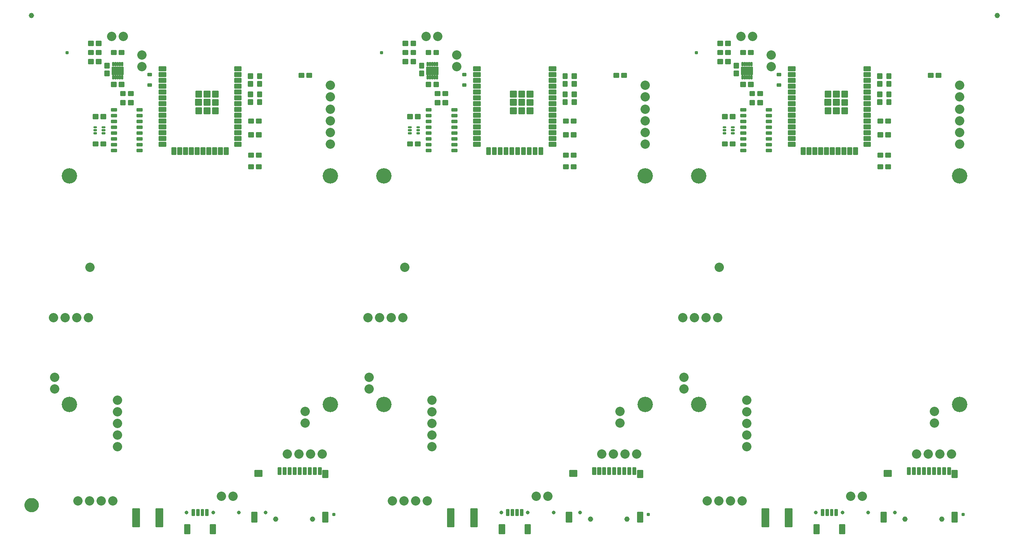
<source format=gbs>
G04 EAGLE Gerber RS-274X export*
G75*
%MOMM*%
%FSLAX34Y34*%
%LPD*%
%INSoldermask Bottom*%
%IPPOS*%
%AMOC8*
5,1,8,0,0,1.08239X$1,22.5*%
G01*
%ADD10C,0.243431*%
%ADD11C,0.255816*%
%ADD12C,0.787400*%
%ADD13C,0.802400*%
%ADD14C,0.264381*%
%ADD15C,3.352800*%
%ADD16C,0.253525*%
%ADD17C,2.032000*%
%ADD18C,0.250366*%
%ADD19C,0.253344*%
%ADD20C,0.256222*%
%ADD21C,0.259334*%
%ADD22C,0.252575*%
%ADD23C,0.252006*%
%ADD24C,0.255719*%
%ADD25C,1.152400*%
%ADD26C,0.248381*%
%ADD27C,1.270000*%
%ADD28C,1.652400*%


D10*
X364073Y20238D02*
X375163Y20238D01*
X375163Y1148D01*
X364073Y1148D01*
X364073Y20238D01*
X364073Y3460D02*
X375163Y3460D01*
X375163Y5772D02*
X364073Y5772D01*
X364073Y8084D02*
X375163Y8084D01*
X375163Y10396D02*
X364073Y10396D01*
X364073Y12708D02*
X375163Y12708D01*
X375163Y15020D02*
X364073Y15020D01*
X364073Y17332D02*
X375163Y17332D01*
X375163Y19644D02*
X364073Y19644D01*
X319163Y20238D02*
X308073Y20238D01*
X319163Y20238D02*
X319163Y1148D01*
X308073Y1148D01*
X308073Y20238D01*
X308073Y3460D02*
X319163Y3460D01*
X319163Y5772D02*
X308073Y5772D01*
X308073Y8084D02*
X319163Y8084D01*
X319163Y10396D02*
X308073Y10396D01*
X308073Y12708D02*
X319163Y12708D01*
X319163Y15020D02*
X308073Y15020D01*
X308073Y17332D02*
X319163Y17332D01*
X319163Y19644D02*
X308073Y19644D01*
D11*
X354135Y53676D02*
X359101Y53676D01*
X359101Y41210D01*
X354135Y41210D01*
X354135Y53676D01*
X354135Y43640D02*
X359101Y43640D01*
X359101Y46070D02*
X354135Y46070D01*
X354135Y48500D02*
X359101Y48500D01*
X359101Y50930D02*
X354135Y50930D01*
X354135Y53360D02*
X359101Y53360D01*
X349101Y53676D02*
X344135Y53676D01*
X349101Y53676D02*
X349101Y41210D01*
X344135Y41210D01*
X344135Y53676D01*
X344135Y43640D02*
X349101Y43640D01*
X349101Y46070D02*
X344135Y46070D01*
X344135Y48500D02*
X349101Y48500D01*
X349101Y50930D02*
X344135Y50930D01*
X344135Y53360D02*
X349101Y53360D01*
X339101Y53676D02*
X334135Y53676D01*
X339101Y53676D02*
X339101Y41210D01*
X334135Y41210D01*
X334135Y53676D01*
X334135Y43640D02*
X339101Y43640D01*
X339101Y46070D02*
X334135Y46070D01*
X334135Y48500D02*
X339101Y48500D01*
X339101Y50930D02*
X334135Y50930D01*
X334135Y53360D02*
X339101Y53360D01*
X329101Y53676D02*
X324135Y53676D01*
X329101Y53676D02*
X329101Y41210D01*
X324135Y41210D01*
X324135Y53676D01*
X324135Y43640D02*
X329101Y43640D01*
X329101Y46070D02*
X324135Y46070D01*
X324135Y48500D02*
X329101Y48500D01*
X329101Y50930D02*
X324135Y50930D01*
X324135Y53360D02*
X329101Y53360D01*
D12*
X633718Y42843D03*
X51318Y1051643D03*
D13*
X312718Y46963D03*
X370518Y46963D03*
D14*
X259658Y55453D02*
X245778Y55453D01*
X259658Y55453D02*
X259658Y16573D01*
X245778Y16573D01*
X245778Y55453D01*
X245778Y19085D02*
X259658Y19085D01*
X259658Y21597D02*
X245778Y21597D01*
X245778Y24109D02*
X259658Y24109D01*
X259658Y26621D02*
X245778Y26621D01*
X245778Y29133D02*
X259658Y29133D01*
X259658Y31645D02*
X245778Y31645D01*
X245778Y34157D02*
X259658Y34157D01*
X259658Y36669D02*
X245778Y36669D01*
X245778Y39181D02*
X259658Y39181D01*
X259658Y41693D02*
X245778Y41693D01*
X245778Y44205D02*
X259658Y44205D01*
X259658Y46717D02*
X245778Y46717D01*
X245778Y49229D02*
X259658Y49229D01*
X259658Y51741D02*
X245778Y51741D01*
X245778Y54253D02*
X259658Y54253D01*
X208858Y55453D02*
X194978Y55453D01*
X208858Y55453D02*
X208858Y16573D01*
X194978Y16573D01*
X194978Y55453D01*
X194978Y19085D02*
X208858Y19085D01*
X208858Y21597D02*
X194978Y21597D01*
X194978Y24109D02*
X208858Y24109D01*
X208858Y26621D02*
X194978Y26621D01*
X194978Y29133D02*
X208858Y29133D01*
X208858Y31645D02*
X194978Y31645D01*
X194978Y34157D02*
X208858Y34157D01*
X208858Y36669D02*
X194978Y36669D01*
X194978Y39181D02*
X208858Y39181D01*
X208858Y41693D02*
X194978Y41693D01*
X194978Y44205D02*
X208858Y44205D01*
X208858Y46717D02*
X194978Y46717D01*
X194978Y49229D02*
X208858Y49229D01*
X208858Y51741D02*
X194978Y51741D01*
X194978Y54253D02*
X208858Y54253D01*
D15*
X56630Y282680D03*
X56630Y782806D03*
X626606Y782806D03*
X626606Y282680D03*
D16*
X142913Y1001848D02*
X142913Y1011838D01*
X142913Y1001848D02*
X133923Y1001848D01*
X133923Y1011838D01*
X142913Y1011838D01*
X142913Y1004256D02*
X133923Y1004256D01*
X133923Y1006664D02*
X142913Y1006664D01*
X142913Y1009072D02*
X133923Y1009072D01*
X133923Y1011480D02*
X142913Y1011480D01*
X142913Y1018848D02*
X142913Y1028838D01*
X142913Y1018848D02*
X133923Y1018848D01*
X133923Y1028838D01*
X142913Y1028838D01*
X142913Y1021256D02*
X133923Y1021256D01*
X133923Y1023664D02*
X142913Y1023664D01*
X142913Y1026072D02*
X133923Y1026072D01*
X133923Y1028480D02*
X142913Y1028480D01*
X165123Y1057238D02*
X175113Y1057238D01*
X175113Y1048248D01*
X165123Y1048248D01*
X165123Y1057238D01*
X165123Y1050656D02*
X175113Y1050656D01*
X175113Y1053064D02*
X165123Y1053064D01*
X165123Y1055472D02*
X175113Y1055472D01*
X158113Y1057238D02*
X148123Y1057238D01*
X158113Y1057238D02*
X158113Y1048248D01*
X148123Y1048248D01*
X148123Y1057238D01*
X148123Y1050656D02*
X158113Y1050656D01*
X158113Y1053064D02*
X148123Y1053064D01*
X148123Y1055472D02*
X158113Y1055472D01*
X165123Y987238D02*
X175113Y987238D01*
X175113Y978248D01*
X165123Y978248D01*
X165123Y987238D01*
X165123Y980656D02*
X175113Y980656D01*
X175113Y983064D02*
X165123Y983064D01*
X165123Y985472D02*
X175113Y985472D01*
X158113Y987238D02*
X148123Y987238D01*
X158113Y987238D02*
X158113Y978248D01*
X148123Y978248D01*
X148123Y987238D01*
X148123Y980656D02*
X158113Y980656D01*
X158113Y983064D02*
X148123Y983064D01*
X148123Y985472D02*
X158113Y985472D01*
D17*
X215138Y1046683D03*
X215138Y1021283D03*
D18*
X235278Y983903D02*
X235278Y978583D01*
X227958Y978583D01*
X227958Y983903D01*
X235278Y983903D01*
X235278Y980962D02*
X227958Y980962D01*
X227958Y983341D02*
X235278Y983341D01*
X235278Y1001583D02*
X235278Y1006903D01*
X235278Y1001583D02*
X227958Y1001583D01*
X227958Y1006903D01*
X235278Y1006903D01*
X235278Y1003962D02*
X227958Y1003962D01*
X227958Y1006341D02*
X235278Y1006341D01*
D16*
X447123Y966238D02*
X447123Y956248D01*
X447123Y966238D02*
X456113Y966238D01*
X456113Y956248D01*
X447123Y956248D01*
X447123Y958656D02*
X456113Y958656D01*
X456113Y961064D02*
X447123Y961064D01*
X447123Y963472D02*
X456113Y963472D01*
X456113Y965880D02*
X447123Y965880D01*
X447123Y949238D02*
X447123Y939248D01*
X447123Y949238D02*
X456113Y949238D01*
X456113Y939248D01*
X447123Y939248D01*
X447123Y941656D02*
X456113Y941656D01*
X456113Y944064D02*
X447123Y944064D01*
X447123Y946472D02*
X456113Y946472D01*
X456113Y948880D02*
X447123Y948880D01*
X467123Y996248D02*
X467123Y1006238D01*
X476113Y1006238D01*
X476113Y996248D01*
X467123Y996248D01*
X467123Y998656D02*
X476113Y998656D01*
X476113Y1001064D02*
X467123Y1001064D01*
X467123Y1003472D02*
X476113Y1003472D01*
X476113Y1005880D02*
X467123Y1005880D01*
X467123Y989238D02*
X467123Y979248D01*
X467123Y989238D02*
X476113Y989238D01*
X476113Y979248D01*
X467123Y979248D01*
X467123Y981656D02*
X476113Y981656D01*
X476113Y984064D02*
X467123Y984064D01*
X467123Y986472D02*
X476113Y986472D01*
X476113Y988880D02*
X467123Y988880D01*
X447123Y996248D02*
X447123Y1006238D01*
X456113Y1006238D01*
X456113Y996248D01*
X447123Y996248D01*
X447123Y998656D02*
X456113Y998656D01*
X456113Y1001064D02*
X447123Y1001064D01*
X447123Y1003472D02*
X456113Y1003472D01*
X456113Y1005880D02*
X447123Y1005880D01*
X447123Y989238D02*
X447123Y979248D01*
X447123Y989238D02*
X456113Y989238D01*
X456113Y979248D01*
X447123Y979248D01*
X447123Y981656D02*
X456113Y981656D01*
X456113Y984064D02*
X447123Y984064D01*
X447123Y986472D02*
X456113Y986472D01*
X456113Y988880D02*
X447123Y988880D01*
X467123Y966238D02*
X467123Y956248D01*
X467123Y966238D02*
X476113Y966238D01*
X476113Y956248D01*
X467123Y956248D01*
X467123Y958656D02*
X476113Y958656D01*
X476113Y961064D02*
X467123Y961064D01*
X467123Y963472D02*
X476113Y963472D01*
X476113Y965880D02*
X467123Y965880D01*
X467123Y949238D02*
X467123Y939248D01*
X467123Y949238D02*
X476113Y949238D01*
X476113Y939248D01*
X467123Y939248D01*
X467123Y941656D02*
X476113Y941656D01*
X476113Y944064D02*
X467123Y944064D01*
X467123Y946472D02*
X476113Y946472D01*
X476113Y948880D02*
X467123Y948880D01*
X178113Y958248D02*
X168123Y958248D01*
X168123Y967238D01*
X178113Y967238D01*
X178113Y958248D01*
X178113Y960656D02*
X168123Y960656D01*
X168123Y963064D02*
X178113Y963064D01*
X178113Y965472D02*
X168123Y965472D01*
X185123Y958248D02*
X195113Y958248D01*
X185123Y958248D02*
X185123Y967238D01*
X195113Y967238D01*
X195113Y958248D01*
X195113Y960656D02*
X185123Y960656D01*
X185123Y963064D02*
X195113Y963064D01*
X195113Y965472D02*
X185123Y965472D01*
D11*
X204135Y929676D02*
X204135Y924710D01*
X204135Y929676D02*
X215101Y929676D01*
X215101Y924710D01*
X204135Y924710D01*
X204135Y927140D02*
X215101Y927140D01*
X215101Y929570D02*
X204135Y929570D01*
X204135Y916976D02*
X204135Y912010D01*
X204135Y916976D02*
X215101Y916976D01*
X215101Y912010D01*
X204135Y912010D01*
X204135Y914440D02*
X215101Y914440D01*
X215101Y916870D02*
X204135Y916870D01*
X204135Y904276D02*
X204135Y899310D01*
X204135Y904276D02*
X215101Y904276D01*
X215101Y899310D01*
X204135Y899310D01*
X204135Y901740D02*
X215101Y901740D01*
X215101Y904170D02*
X204135Y904170D01*
X204135Y891576D02*
X204135Y886610D01*
X204135Y891576D02*
X215101Y891576D01*
X215101Y886610D01*
X204135Y886610D01*
X204135Y889040D02*
X215101Y889040D01*
X215101Y891470D02*
X204135Y891470D01*
X204135Y878876D02*
X204135Y873910D01*
X204135Y878876D02*
X215101Y878876D01*
X215101Y873910D01*
X204135Y873910D01*
X204135Y876340D02*
X215101Y876340D01*
X215101Y878770D02*
X204135Y878770D01*
X204135Y866176D02*
X204135Y861210D01*
X204135Y866176D02*
X215101Y866176D01*
X215101Y861210D01*
X204135Y861210D01*
X204135Y863640D02*
X215101Y863640D01*
X215101Y866070D02*
X204135Y866070D01*
X204135Y853476D02*
X204135Y848510D01*
X204135Y853476D02*
X215101Y853476D01*
X215101Y848510D01*
X204135Y848510D01*
X204135Y850940D02*
X215101Y850940D01*
X215101Y853370D02*
X204135Y853370D01*
X204135Y840776D02*
X204135Y835810D01*
X204135Y840776D02*
X215101Y840776D01*
X215101Y835810D01*
X204135Y835810D01*
X204135Y838240D02*
X215101Y838240D01*
X215101Y840670D02*
X204135Y840670D01*
X148135Y840776D02*
X148135Y835810D01*
X148135Y840776D02*
X159101Y840776D01*
X159101Y835810D01*
X148135Y835810D01*
X148135Y838240D02*
X159101Y838240D01*
X159101Y840670D02*
X148135Y840670D01*
X148135Y848510D02*
X148135Y853476D01*
X159101Y853476D01*
X159101Y848510D01*
X148135Y848510D01*
X148135Y850940D02*
X159101Y850940D01*
X159101Y853370D02*
X148135Y853370D01*
X148135Y861210D02*
X148135Y866176D01*
X159101Y866176D01*
X159101Y861210D01*
X148135Y861210D01*
X148135Y863640D02*
X159101Y863640D01*
X159101Y866070D02*
X148135Y866070D01*
X148135Y873910D02*
X148135Y878876D01*
X159101Y878876D01*
X159101Y873910D01*
X148135Y873910D01*
X148135Y876340D02*
X159101Y876340D01*
X159101Y878770D02*
X148135Y878770D01*
X148135Y886610D02*
X148135Y891576D01*
X159101Y891576D01*
X159101Y886610D01*
X148135Y886610D01*
X148135Y889040D02*
X159101Y889040D01*
X159101Y891470D02*
X148135Y891470D01*
X148135Y899310D02*
X148135Y904276D01*
X159101Y904276D01*
X159101Y899310D01*
X148135Y899310D01*
X148135Y901740D02*
X159101Y901740D01*
X159101Y904170D02*
X148135Y904170D01*
X148135Y912010D02*
X148135Y916976D01*
X159101Y916976D01*
X159101Y912010D01*
X148135Y912010D01*
X148135Y914440D02*
X159101Y914440D01*
X159101Y916870D02*
X148135Y916870D01*
X148135Y924710D02*
X148135Y929676D01*
X159101Y929676D01*
X159101Y924710D01*
X148135Y924710D01*
X148135Y927140D02*
X159101Y927140D01*
X159101Y929570D02*
X148135Y929570D01*
D16*
X118113Y848248D02*
X108123Y848248D01*
X108123Y857238D01*
X118113Y857238D01*
X118113Y848248D01*
X118113Y850656D02*
X108123Y850656D01*
X108123Y853064D02*
X118113Y853064D01*
X118113Y855472D02*
X108123Y855472D01*
X125123Y848248D02*
X135113Y848248D01*
X125123Y848248D02*
X125123Y857238D01*
X135113Y857238D01*
X135113Y848248D01*
X135113Y850656D02*
X125123Y850656D01*
X125123Y853064D02*
X135113Y853064D01*
X135113Y855472D02*
X125123Y855472D01*
X125123Y917238D02*
X135113Y917238D01*
X135113Y908248D01*
X125123Y908248D01*
X125123Y917238D01*
X125123Y910656D02*
X135113Y910656D01*
X135113Y913064D02*
X125123Y913064D01*
X125123Y915472D02*
X135113Y915472D01*
X118113Y917238D02*
X108123Y917238D01*
X118113Y917238D02*
X118113Y908248D01*
X108123Y908248D01*
X108123Y917238D01*
X108123Y910656D02*
X118113Y910656D01*
X118113Y913064D02*
X108123Y913064D01*
X108123Y915472D02*
X118113Y915472D01*
D19*
X133614Y890239D02*
X133614Y888247D01*
X128022Y888247D01*
X128022Y890239D01*
X133614Y890239D01*
X109622Y883739D02*
X109622Y881747D01*
X109622Y883739D02*
X115214Y883739D01*
X115214Y881747D01*
X109622Y881747D01*
X109622Y877239D02*
X109622Y875247D01*
X109622Y877239D02*
X115214Y877239D01*
X115214Y875247D01*
X109622Y875247D01*
X109622Y888247D02*
X109622Y890239D01*
X115214Y890239D01*
X115214Y888247D01*
X109622Y888247D01*
X133614Y883739D02*
X133614Y881747D01*
X128022Y881747D01*
X128022Y883739D01*
X133614Y883739D01*
X133614Y877239D02*
X133614Y875247D01*
X128022Y875247D01*
X128022Y877239D01*
X133614Y877239D01*
D13*
X427018Y46963D03*
X484818Y46963D03*
D16*
X178113Y938248D02*
X168123Y938248D01*
X168123Y947238D01*
X178113Y947238D01*
X178113Y938248D01*
X178113Y940656D02*
X168123Y940656D01*
X168123Y943064D02*
X178113Y943064D01*
X178113Y945472D02*
X168123Y945472D01*
X185123Y938248D02*
X195113Y938248D01*
X185123Y938248D02*
X185123Y947238D01*
X195113Y947238D01*
X195113Y938248D01*
X195113Y940656D02*
X185123Y940656D01*
X185123Y943064D02*
X195113Y943064D01*
X195113Y945472D02*
X185123Y945472D01*
D17*
X151118Y71893D03*
X125718Y71893D03*
X100318Y71893D03*
X74918Y71893D03*
X608318Y174443D03*
X582918Y174443D03*
X557518Y174443D03*
X532118Y174443D03*
X24118Y342243D03*
X24118Y316843D03*
D16*
X448123Y898248D02*
X458113Y898248D01*
X448123Y898248D02*
X448123Y907238D01*
X458113Y907238D01*
X458113Y898248D01*
X458113Y900656D02*
X448123Y900656D01*
X448123Y903064D02*
X458113Y903064D01*
X458113Y905472D02*
X448123Y905472D01*
X465123Y898248D02*
X475113Y898248D01*
X465123Y898248D02*
X465123Y907238D01*
X475113Y907238D01*
X475113Y898248D01*
X475113Y900656D02*
X465123Y900656D01*
X465123Y903064D02*
X475113Y903064D01*
X475113Y905472D02*
X465123Y905472D01*
D17*
X388918Y82743D03*
X414318Y82743D03*
X148918Y1087743D03*
X174318Y1087743D03*
X626618Y980343D03*
X626618Y954943D03*
D16*
X585113Y1007238D02*
X575123Y1007238D01*
X585113Y1007238D02*
X585113Y998248D01*
X575123Y998248D01*
X575123Y1007238D01*
X575123Y1000656D02*
X585113Y1000656D01*
X585113Y1003064D02*
X575123Y1003064D01*
X575123Y1005472D02*
X585113Y1005472D01*
X568113Y1007238D02*
X558123Y1007238D01*
X568113Y1007238D02*
X568113Y998248D01*
X558123Y998248D01*
X558123Y1007238D01*
X558123Y1000656D02*
X568113Y1000656D01*
X568113Y1003064D02*
X558123Y1003064D01*
X558123Y1005472D02*
X568113Y1005472D01*
D20*
X162849Y994762D02*
X160387Y994762D01*
X160387Y1001724D01*
X162849Y1001724D01*
X162849Y994762D01*
X162849Y997196D02*
X160387Y997196D01*
X160387Y999630D02*
X162849Y999630D01*
X165387Y994762D02*
X167849Y994762D01*
X165387Y994762D02*
X165387Y1001724D01*
X167849Y1001724D01*
X167849Y994762D01*
X167849Y997196D02*
X165387Y997196D01*
X165387Y999630D02*
X167849Y999630D01*
X170387Y994762D02*
X172849Y994762D01*
X170387Y994762D02*
X170387Y1001724D01*
X172849Y1001724D01*
X172849Y994762D01*
X172849Y997196D02*
X170387Y997196D01*
X170387Y999630D02*
X172849Y999630D01*
X157849Y994762D02*
X155387Y994762D01*
X155387Y1001724D01*
X157849Y1001724D01*
X157849Y994762D01*
X157849Y997196D02*
X155387Y997196D01*
X155387Y999630D02*
X157849Y999630D01*
X152849Y994762D02*
X150387Y994762D01*
X150387Y1001724D01*
X152849Y1001724D01*
X152849Y994762D01*
X152849Y997196D02*
X150387Y997196D01*
X150387Y999630D02*
X152849Y999630D01*
X152849Y1023762D02*
X150387Y1023762D01*
X150387Y1030724D01*
X152849Y1030724D01*
X152849Y1023762D01*
X152849Y1026196D02*
X150387Y1026196D01*
X150387Y1028630D02*
X152849Y1028630D01*
X155387Y1023762D02*
X157849Y1023762D01*
X155387Y1023762D02*
X155387Y1030724D01*
X157849Y1030724D01*
X157849Y1023762D01*
X157849Y1026196D02*
X155387Y1026196D01*
X155387Y1028630D02*
X157849Y1028630D01*
X160387Y1023762D02*
X162849Y1023762D01*
X160387Y1023762D02*
X160387Y1030724D01*
X162849Y1030724D01*
X162849Y1023762D01*
X162849Y1026196D02*
X160387Y1026196D01*
X160387Y1028630D02*
X162849Y1028630D01*
X165387Y1023762D02*
X167849Y1023762D01*
X165387Y1023762D02*
X165387Y1030724D01*
X167849Y1030724D01*
X167849Y1023762D01*
X167849Y1026196D02*
X165387Y1026196D01*
X165387Y1028630D02*
X167849Y1028630D01*
X170387Y1023762D02*
X172849Y1023762D01*
X170387Y1023762D02*
X170387Y1030724D01*
X172849Y1030724D01*
X172849Y1023762D01*
X172849Y1026196D02*
X170387Y1026196D01*
X170387Y1028630D02*
X172849Y1028630D01*
D21*
X149652Y1020709D02*
X149652Y1004777D01*
X149652Y1020709D02*
X173584Y1020709D01*
X173584Y1004777D01*
X149652Y1004777D01*
X149652Y1007240D02*
X173584Y1007240D01*
X173584Y1009703D02*
X149652Y1009703D01*
X149652Y1012166D02*
X173584Y1012166D01*
X173584Y1014629D02*
X149652Y1014629D01*
X149652Y1017092D02*
X173584Y1017092D01*
X173584Y1019555D02*
X149652Y1019555D01*
D16*
X125113Y1057238D02*
X115123Y1057238D01*
X125113Y1057238D02*
X125113Y1048248D01*
X115123Y1048248D01*
X115123Y1057238D01*
X115123Y1050656D02*
X125113Y1050656D01*
X125113Y1053064D02*
X115123Y1053064D01*
X115123Y1055472D02*
X125113Y1055472D01*
X108113Y1057238D02*
X98123Y1057238D01*
X108113Y1057238D02*
X108113Y1048248D01*
X98123Y1048248D01*
X98123Y1057238D01*
X98123Y1050656D02*
X108113Y1050656D01*
X108113Y1053064D02*
X98123Y1053064D01*
X98123Y1055472D02*
X108113Y1055472D01*
X115123Y1037238D02*
X125113Y1037238D01*
X125113Y1028248D01*
X115123Y1028248D01*
X115123Y1037238D01*
X115123Y1030656D02*
X125113Y1030656D01*
X125113Y1033064D02*
X115123Y1033064D01*
X115123Y1035472D02*
X125113Y1035472D01*
X108113Y1037238D02*
X98123Y1037238D01*
X108113Y1037238D02*
X108113Y1028248D01*
X98123Y1028248D01*
X98123Y1037238D01*
X98123Y1030656D02*
X108113Y1030656D01*
X108113Y1033064D02*
X98123Y1033064D01*
X98123Y1035472D02*
X108113Y1035472D01*
X115123Y1077238D02*
X125113Y1077238D01*
X125113Y1068248D01*
X115123Y1068248D01*
X115123Y1077238D01*
X115123Y1070656D02*
X125113Y1070656D01*
X125113Y1073064D02*
X115123Y1073064D01*
X115123Y1075472D02*
X125113Y1075472D01*
X108113Y1077238D02*
X98123Y1077238D01*
X108113Y1077238D02*
X108113Y1068248D01*
X98123Y1068248D01*
X98123Y1077238D01*
X98123Y1070656D02*
X108113Y1070656D01*
X108113Y1073064D02*
X98123Y1073064D01*
X98123Y1075472D02*
X108113Y1075472D01*
D17*
X21618Y472743D03*
X47018Y472743D03*
X72418Y472743D03*
X97818Y472743D03*
X161618Y292743D03*
X161618Y267343D03*
X161618Y241943D03*
X161618Y216543D03*
X161618Y191143D03*
X626618Y851743D03*
X626618Y877143D03*
X626618Y902543D03*
X626618Y927943D03*
X101618Y582743D03*
D16*
X448123Y868248D02*
X458113Y868248D01*
X448123Y868248D02*
X448123Y877238D01*
X458113Y877238D01*
X458113Y868248D01*
X458113Y870656D02*
X448123Y870656D01*
X448123Y873064D02*
X458113Y873064D01*
X458113Y875472D02*
X448123Y875472D01*
X465123Y868248D02*
X475113Y868248D01*
X465123Y868248D02*
X465123Y877238D01*
X475113Y877238D01*
X475113Y868248D01*
X475113Y870656D02*
X465123Y870656D01*
X465123Y873064D02*
X475113Y873064D01*
X475113Y875472D02*
X465123Y875472D01*
D22*
X430997Y1013044D02*
X430997Y1021042D01*
X430997Y1013044D02*
X416999Y1013044D01*
X416999Y1021042D01*
X430997Y1021042D01*
X430997Y1015444D02*
X416999Y1015444D01*
X416999Y1017844D02*
X430997Y1017844D01*
X430997Y1020244D02*
X416999Y1020244D01*
X430997Y1008342D02*
X430997Y1000344D01*
X416999Y1000344D01*
X416999Y1008342D01*
X430997Y1008342D01*
X430997Y1002744D02*
X416999Y1002744D01*
X416999Y1005144D02*
X430997Y1005144D01*
X430997Y1007544D02*
X416999Y1007544D01*
X430997Y995642D02*
X430997Y987644D01*
X416999Y987644D01*
X416999Y995642D01*
X430997Y995642D01*
X430997Y990044D02*
X416999Y990044D01*
X416999Y992444D02*
X430997Y992444D01*
X430997Y994844D02*
X416999Y994844D01*
X430997Y982942D02*
X430997Y974944D01*
X416999Y974944D01*
X416999Y982942D01*
X430997Y982942D01*
X430997Y977344D02*
X416999Y977344D01*
X416999Y979744D02*
X430997Y979744D01*
X430997Y982144D02*
X416999Y982144D01*
X430997Y970242D02*
X430997Y962244D01*
X416999Y962244D01*
X416999Y970242D01*
X430997Y970242D01*
X430997Y964644D02*
X416999Y964644D01*
X416999Y967044D02*
X430997Y967044D01*
X430997Y969444D02*
X416999Y969444D01*
X430997Y957542D02*
X430997Y949544D01*
X416999Y949544D01*
X416999Y957542D01*
X430997Y957542D01*
X430997Y951944D02*
X416999Y951944D01*
X416999Y954344D02*
X430997Y954344D01*
X430997Y956744D02*
X416999Y956744D01*
X430997Y944842D02*
X430997Y936844D01*
X416999Y936844D01*
X416999Y944842D01*
X430997Y944842D01*
X430997Y939244D02*
X416999Y939244D01*
X416999Y941644D02*
X430997Y941644D01*
X430997Y944044D02*
X416999Y944044D01*
X430997Y932142D02*
X430997Y924144D01*
X416999Y924144D01*
X416999Y932142D01*
X430997Y932142D01*
X430997Y926544D02*
X416999Y926544D01*
X416999Y928944D02*
X430997Y928944D01*
X430997Y931344D02*
X416999Y931344D01*
X430997Y919442D02*
X430997Y911444D01*
X416999Y911444D01*
X416999Y919442D01*
X430997Y919442D01*
X430997Y913844D02*
X416999Y913844D01*
X416999Y916244D02*
X430997Y916244D01*
X430997Y918644D02*
X416999Y918644D01*
X430997Y906742D02*
X430997Y898744D01*
X416999Y898744D01*
X416999Y906742D01*
X430997Y906742D01*
X430997Y901144D02*
X416999Y901144D01*
X416999Y903544D02*
X430997Y903544D01*
X430997Y905944D02*
X416999Y905944D01*
X430997Y894042D02*
X430997Y886044D01*
X416999Y886044D01*
X416999Y894042D01*
X430997Y894042D01*
X430997Y888444D02*
X416999Y888444D01*
X416999Y890844D02*
X430997Y890844D01*
X430997Y893244D02*
X416999Y893244D01*
X430997Y881342D02*
X430997Y873344D01*
X416999Y873344D01*
X416999Y881342D01*
X430997Y881342D01*
X430997Y875744D02*
X416999Y875744D01*
X416999Y878144D02*
X430997Y878144D01*
X430997Y880544D02*
X416999Y880544D01*
X430997Y868642D02*
X430997Y860644D01*
X416999Y860644D01*
X416999Y868642D01*
X430997Y868642D01*
X430997Y863044D02*
X416999Y863044D01*
X416999Y865444D02*
X430997Y865444D01*
X430997Y867844D02*
X416999Y867844D01*
X430997Y855942D02*
X430997Y847944D01*
X416999Y847944D01*
X416999Y855942D01*
X430997Y855942D01*
X430997Y850344D02*
X416999Y850344D01*
X416999Y852744D02*
X430997Y852744D01*
X430997Y855144D02*
X416999Y855144D01*
X402767Y830044D02*
X394769Y830044D01*
X394769Y844042D01*
X402767Y844042D01*
X402767Y830044D01*
X402767Y832444D02*
X394769Y832444D01*
X394769Y834844D02*
X402767Y834844D01*
X402767Y837244D02*
X394769Y837244D01*
X394769Y839644D02*
X402767Y839644D01*
X402767Y842044D02*
X394769Y842044D01*
X390067Y830044D02*
X382069Y830044D01*
X382069Y844042D01*
X390067Y844042D01*
X390067Y830044D01*
X390067Y832444D02*
X382069Y832444D01*
X382069Y834844D02*
X390067Y834844D01*
X390067Y837244D02*
X382069Y837244D01*
X382069Y839644D02*
X390067Y839644D01*
X390067Y842044D02*
X382069Y842044D01*
X377367Y830044D02*
X369369Y830044D01*
X369369Y844042D01*
X377367Y844042D01*
X377367Y830044D01*
X377367Y832444D02*
X369369Y832444D01*
X369369Y834844D02*
X377367Y834844D01*
X377367Y837244D02*
X369369Y837244D01*
X369369Y839644D02*
X377367Y839644D01*
X377367Y842044D02*
X369369Y842044D01*
X364667Y830044D02*
X356669Y830044D01*
X356669Y844042D01*
X364667Y844042D01*
X364667Y830044D01*
X364667Y832444D02*
X356669Y832444D01*
X356669Y834844D02*
X364667Y834844D01*
X364667Y837244D02*
X356669Y837244D01*
X356669Y839644D02*
X364667Y839644D01*
X364667Y842044D02*
X356669Y842044D01*
X351967Y830044D02*
X343969Y830044D01*
X343969Y844042D01*
X351967Y844042D01*
X351967Y830044D01*
X351967Y832444D02*
X343969Y832444D01*
X343969Y834844D02*
X351967Y834844D01*
X351967Y837244D02*
X343969Y837244D01*
X343969Y839644D02*
X351967Y839644D01*
X351967Y842044D02*
X343969Y842044D01*
X339267Y830044D02*
X331269Y830044D01*
X331269Y844042D01*
X339267Y844042D01*
X339267Y830044D01*
X339267Y832444D02*
X331269Y832444D01*
X331269Y834844D02*
X339267Y834844D01*
X339267Y837244D02*
X331269Y837244D01*
X331269Y839644D02*
X339267Y839644D01*
X339267Y842044D02*
X331269Y842044D01*
X326567Y830044D02*
X318569Y830044D01*
X318569Y844042D01*
X326567Y844042D01*
X326567Y830044D01*
X326567Y832444D02*
X318569Y832444D01*
X318569Y834844D02*
X326567Y834844D01*
X326567Y837244D02*
X318569Y837244D01*
X318569Y839644D02*
X326567Y839644D01*
X326567Y842044D02*
X318569Y842044D01*
X313867Y830044D02*
X305869Y830044D01*
X305869Y844042D01*
X313867Y844042D01*
X313867Y830044D01*
X313867Y832444D02*
X305869Y832444D01*
X305869Y834844D02*
X313867Y834844D01*
X313867Y837244D02*
X305869Y837244D01*
X305869Y839644D02*
X313867Y839644D01*
X313867Y842044D02*
X305869Y842044D01*
X301167Y830044D02*
X293169Y830044D01*
X293169Y844042D01*
X301167Y844042D01*
X301167Y830044D01*
X301167Y832444D02*
X293169Y832444D01*
X293169Y834844D02*
X301167Y834844D01*
X301167Y837244D02*
X293169Y837244D01*
X293169Y839644D02*
X301167Y839644D01*
X301167Y842044D02*
X293169Y842044D01*
X288467Y830044D02*
X280469Y830044D01*
X280469Y844042D01*
X288467Y844042D01*
X288467Y830044D01*
X288467Y832444D02*
X280469Y832444D01*
X280469Y834844D02*
X288467Y834844D01*
X288467Y837244D02*
X280469Y837244D01*
X280469Y839644D02*
X288467Y839644D01*
X288467Y842044D02*
X280469Y842044D01*
X266237Y847944D02*
X266237Y855942D01*
X266237Y847944D02*
X252239Y847944D01*
X252239Y855942D01*
X266237Y855942D01*
X266237Y850344D02*
X252239Y850344D01*
X252239Y852744D02*
X266237Y852744D01*
X266237Y855144D02*
X252239Y855144D01*
X266237Y860644D02*
X266237Y868642D01*
X266237Y860644D02*
X252239Y860644D01*
X252239Y868642D01*
X266237Y868642D01*
X266237Y863044D02*
X252239Y863044D01*
X252239Y865444D02*
X266237Y865444D01*
X266237Y867844D02*
X252239Y867844D01*
X266237Y873344D02*
X266237Y881342D01*
X266237Y873344D02*
X252239Y873344D01*
X252239Y881342D01*
X266237Y881342D01*
X266237Y875744D02*
X252239Y875744D01*
X252239Y878144D02*
X266237Y878144D01*
X266237Y880544D02*
X252239Y880544D01*
X266237Y886044D02*
X266237Y894042D01*
X266237Y886044D02*
X252239Y886044D01*
X252239Y894042D01*
X266237Y894042D01*
X266237Y888444D02*
X252239Y888444D01*
X252239Y890844D02*
X266237Y890844D01*
X266237Y893244D02*
X252239Y893244D01*
X266237Y898744D02*
X266237Y906742D01*
X266237Y898744D02*
X252239Y898744D01*
X252239Y906742D01*
X266237Y906742D01*
X266237Y901144D02*
X252239Y901144D01*
X252239Y903544D02*
X266237Y903544D01*
X266237Y905944D02*
X252239Y905944D01*
X266237Y911444D02*
X266237Y919442D01*
X266237Y911444D02*
X252239Y911444D01*
X252239Y919442D01*
X266237Y919442D01*
X266237Y913844D02*
X252239Y913844D01*
X252239Y916244D02*
X266237Y916244D01*
X266237Y918644D02*
X252239Y918644D01*
X266237Y924144D02*
X266237Y932142D01*
X266237Y924144D02*
X252239Y924144D01*
X252239Y932142D01*
X266237Y932142D01*
X266237Y926544D02*
X252239Y926544D01*
X252239Y928944D02*
X266237Y928944D01*
X266237Y931344D02*
X252239Y931344D01*
X266237Y936844D02*
X266237Y944842D01*
X266237Y936844D02*
X252239Y936844D01*
X252239Y944842D01*
X266237Y944842D01*
X266237Y939244D02*
X252239Y939244D01*
X252239Y941644D02*
X266237Y941644D01*
X266237Y944044D02*
X252239Y944044D01*
X266237Y949544D02*
X266237Y957542D01*
X266237Y949544D02*
X252239Y949544D01*
X252239Y957542D01*
X266237Y957542D01*
X266237Y951944D02*
X252239Y951944D01*
X252239Y954344D02*
X266237Y954344D01*
X266237Y956744D02*
X252239Y956744D01*
X266237Y962244D02*
X266237Y970242D01*
X266237Y962244D02*
X252239Y962244D01*
X252239Y970242D01*
X266237Y970242D01*
X266237Y964644D02*
X252239Y964644D01*
X252239Y967044D02*
X266237Y967044D01*
X266237Y969444D02*
X252239Y969444D01*
X266237Y974944D02*
X266237Y982942D01*
X266237Y974944D02*
X252239Y974944D01*
X252239Y982942D01*
X266237Y982942D01*
X266237Y977344D02*
X252239Y977344D01*
X252239Y979744D02*
X266237Y979744D01*
X266237Y982144D02*
X252239Y982144D01*
X266237Y987644D02*
X266237Y995642D01*
X266237Y987644D02*
X252239Y987644D01*
X252239Y995642D01*
X266237Y995642D01*
X266237Y990044D02*
X252239Y990044D01*
X252239Y992444D02*
X266237Y992444D01*
X266237Y994844D02*
X252239Y994844D01*
X266237Y1000344D02*
X266237Y1008342D01*
X266237Y1000344D02*
X252239Y1000344D01*
X252239Y1008342D01*
X266237Y1008342D01*
X266237Y1002744D02*
X252239Y1002744D01*
X252239Y1005144D02*
X266237Y1005144D01*
X266237Y1007544D02*
X252239Y1007544D01*
X266237Y1013044D02*
X266237Y1021042D01*
X266237Y1013044D02*
X252239Y1013044D01*
X252239Y1021042D01*
X266237Y1021042D01*
X266237Y1015444D02*
X252239Y1015444D01*
X252239Y1017844D02*
X266237Y1017844D01*
X266237Y1020244D02*
X252239Y1020244D01*
D23*
X363080Y949775D02*
X363080Y937471D01*
X350776Y937471D01*
X350776Y949775D01*
X363080Y949775D01*
X363080Y939865D02*
X350776Y939865D01*
X350776Y942259D02*
X363080Y942259D01*
X363080Y944653D02*
X350776Y944653D01*
X350776Y947047D02*
X363080Y947047D01*
X363080Y949441D02*
X350776Y949441D01*
X344630Y955681D02*
X344630Y967985D01*
X344630Y955681D02*
X332326Y955681D01*
X332326Y967985D01*
X344630Y967985D01*
X344630Y958075D02*
X332326Y958075D01*
X332326Y960469D02*
X344630Y960469D01*
X344630Y962863D02*
X332326Y962863D01*
X332326Y965257D02*
X344630Y965257D01*
X344630Y967651D02*
X332326Y967651D01*
X362930Y967985D02*
X362930Y955681D01*
X350626Y955681D01*
X350626Y967985D01*
X362930Y967985D01*
X362930Y958075D02*
X350626Y958075D01*
X350626Y960469D02*
X362930Y960469D01*
X362930Y962863D02*
X350626Y962863D01*
X350626Y965257D02*
X362930Y965257D01*
X362930Y967651D02*
X350626Y967651D01*
X381230Y967985D02*
X381230Y955681D01*
X368926Y955681D01*
X368926Y967985D01*
X381230Y967985D01*
X381230Y958075D02*
X368926Y958075D01*
X368926Y960469D02*
X381230Y960469D01*
X381230Y962863D02*
X368926Y962863D01*
X368926Y965257D02*
X381230Y965257D01*
X381230Y967651D02*
X368926Y967651D01*
X381230Y949685D02*
X381230Y937381D01*
X368926Y937381D01*
X368926Y949685D01*
X381230Y949685D01*
X381230Y939775D02*
X368926Y939775D01*
X368926Y942169D02*
X381230Y942169D01*
X381230Y944563D02*
X368926Y944563D01*
X368926Y946957D02*
X381230Y946957D01*
X381230Y949351D02*
X368926Y949351D01*
X344530Y949985D02*
X344530Y937681D01*
X332226Y937681D01*
X332226Y949985D01*
X344530Y949985D01*
X344530Y940075D02*
X332226Y940075D01*
X332226Y942469D02*
X344530Y942469D01*
X344530Y944863D02*
X332226Y944863D01*
X332226Y947257D02*
X344530Y947257D01*
X344530Y949651D02*
X332226Y949651D01*
X344630Y931385D02*
X344630Y919081D01*
X332326Y919081D01*
X332326Y931385D01*
X344630Y931385D01*
X344630Y921475D02*
X332326Y921475D01*
X332326Y923869D02*
X344630Y923869D01*
X344630Y926263D02*
X332326Y926263D01*
X332326Y928657D02*
X344630Y928657D01*
X344630Y931051D02*
X332326Y931051D01*
X362930Y931285D02*
X362930Y918981D01*
X350626Y918981D01*
X350626Y931285D01*
X362930Y931285D01*
X362930Y921375D02*
X350626Y921375D01*
X350626Y923769D02*
X362930Y923769D01*
X362930Y926163D02*
X350626Y926163D01*
X350626Y928557D02*
X362930Y928557D01*
X362930Y930951D02*
X350626Y930951D01*
X381230Y931385D02*
X381230Y919081D01*
X368926Y919081D01*
X368926Y931385D01*
X381230Y931385D01*
X381230Y921475D02*
X368926Y921475D01*
X368926Y923869D02*
X381230Y923869D01*
X381230Y926263D02*
X368926Y926263D01*
X368926Y928657D02*
X381230Y928657D01*
X381230Y931051D02*
X368926Y931051D01*
D16*
X465023Y832738D02*
X475013Y832738D01*
X475013Y823748D01*
X465023Y823748D01*
X465023Y832738D01*
X465023Y826156D02*
X475013Y826156D01*
X475013Y828564D02*
X465023Y828564D01*
X465023Y830972D02*
X475013Y830972D01*
X458013Y832738D02*
X448023Y832738D01*
X458013Y832738D02*
X458013Y823748D01*
X448023Y823748D01*
X448023Y832738D01*
X448023Y826156D02*
X458013Y826156D01*
X458013Y828564D02*
X448023Y828564D01*
X448023Y830972D02*
X458013Y830972D01*
X458013Y798348D02*
X448023Y798348D01*
X448023Y807338D01*
X458013Y807338D01*
X458013Y798348D01*
X458013Y800756D02*
X448023Y800756D01*
X448023Y803164D02*
X458013Y803164D01*
X458013Y805572D02*
X448023Y805572D01*
X465023Y798348D02*
X475013Y798348D01*
X465023Y798348D02*
X465023Y807338D01*
X475013Y807338D01*
X475013Y798348D01*
X475013Y800756D02*
X465023Y800756D01*
X465023Y803164D02*
X475013Y803164D01*
X475013Y805572D02*
X465023Y805572D01*
D17*
X571618Y242743D03*
X571618Y268143D03*
D24*
X540102Y145227D02*
X540102Y130259D01*
X534134Y130259D01*
X534134Y145227D01*
X540102Y145227D01*
X540102Y132688D02*
X534134Y132688D01*
X534134Y135117D02*
X540102Y135117D01*
X540102Y137546D02*
X534134Y137546D01*
X534134Y139975D02*
X540102Y139975D01*
X540102Y142404D02*
X534134Y142404D01*
X534134Y144833D02*
X540102Y144833D01*
X529102Y145227D02*
X529102Y130259D01*
X523134Y130259D01*
X523134Y145227D01*
X529102Y145227D01*
X529102Y132688D02*
X523134Y132688D01*
X523134Y135117D02*
X529102Y135117D01*
X529102Y137546D02*
X523134Y137546D01*
X523134Y139975D02*
X529102Y139975D01*
X529102Y142404D02*
X523134Y142404D01*
X523134Y144833D02*
X529102Y144833D01*
X518102Y145227D02*
X518102Y130259D01*
X512134Y130259D01*
X512134Y145227D01*
X518102Y145227D01*
X518102Y132688D02*
X512134Y132688D01*
X512134Y135117D02*
X518102Y135117D01*
X518102Y137546D02*
X512134Y137546D01*
X512134Y139975D02*
X518102Y139975D01*
X518102Y142404D02*
X512134Y142404D01*
X512134Y144833D02*
X518102Y144833D01*
X551102Y145227D02*
X551102Y130259D01*
X545134Y130259D01*
X545134Y145227D01*
X551102Y145227D01*
X551102Y132688D02*
X545134Y132688D01*
X545134Y135117D02*
X551102Y135117D01*
X551102Y137546D02*
X545134Y137546D01*
X545134Y139975D02*
X551102Y139975D01*
X551102Y142404D02*
X545134Y142404D01*
X545134Y144833D02*
X551102Y144833D01*
X562102Y145227D02*
X562102Y130259D01*
X556134Y130259D01*
X556134Y145227D01*
X562102Y145227D01*
X562102Y132688D02*
X556134Y132688D01*
X556134Y135117D02*
X562102Y135117D01*
X562102Y137546D02*
X556134Y137546D01*
X556134Y139975D02*
X562102Y139975D01*
X562102Y142404D02*
X556134Y142404D01*
X556134Y144833D02*
X562102Y144833D01*
X573102Y145227D02*
X573102Y130259D01*
X567134Y130259D01*
X567134Y145227D01*
X573102Y145227D01*
X573102Y132688D02*
X567134Y132688D01*
X567134Y135117D02*
X573102Y135117D01*
X573102Y137546D02*
X567134Y137546D01*
X567134Y139975D02*
X573102Y139975D01*
X573102Y142404D02*
X567134Y142404D01*
X567134Y144833D02*
X573102Y144833D01*
X584102Y145227D02*
X584102Y130259D01*
X578134Y130259D01*
X578134Y145227D01*
X584102Y145227D01*
X584102Y132688D02*
X578134Y132688D01*
X578134Y135117D02*
X584102Y135117D01*
X584102Y137546D02*
X578134Y137546D01*
X578134Y139975D02*
X584102Y139975D01*
X584102Y142404D02*
X578134Y142404D01*
X578134Y144833D02*
X584102Y144833D01*
X595102Y145227D02*
X595102Y130259D01*
X589134Y130259D01*
X589134Y145227D01*
X595102Y145227D01*
X595102Y132688D02*
X589134Y132688D01*
X589134Y135117D02*
X595102Y135117D01*
X595102Y137546D02*
X589134Y137546D01*
X589134Y139975D02*
X595102Y139975D01*
X595102Y142404D02*
X589134Y142404D01*
X589134Y144833D02*
X595102Y144833D01*
X606102Y145227D02*
X606102Y130259D01*
X600134Y130259D01*
X600134Y145227D01*
X606102Y145227D01*
X606102Y132688D02*
X600134Y132688D01*
X600134Y135117D02*
X606102Y135117D01*
X606102Y137546D02*
X600134Y137546D01*
X600134Y139975D02*
X606102Y139975D01*
X606102Y142404D02*
X600134Y142404D01*
X600134Y144833D02*
X606102Y144833D01*
D25*
X507118Y32743D03*
X587118Y32743D03*
D10*
X465663Y47288D02*
X454573Y47288D01*
X465663Y47288D02*
X465663Y26198D01*
X454573Y26198D01*
X454573Y47288D01*
X454573Y28510D02*
X465663Y28510D01*
X465663Y30822D02*
X454573Y30822D01*
X454573Y33134D02*
X465663Y33134D01*
X465663Y35446D02*
X454573Y35446D01*
X454573Y37758D02*
X465663Y37758D01*
X465663Y40070D02*
X454573Y40070D01*
X454573Y42382D02*
X465663Y42382D01*
X465663Y44694D02*
X454573Y44694D01*
X454573Y47006D02*
X465663Y47006D01*
X609573Y47288D02*
X620663Y47288D01*
X620663Y26198D01*
X609573Y26198D01*
X609573Y47288D01*
X609573Y28510D02*
X620663Y28510D01*
X620663Y30822D02*
X609573Y30822D01*
X609573Y33134D02*
X620663Y33134D01*
X620663Y35446D02*
X609573Y35446D01*
X609573Y37758D02*
X620663Y37758D01*
X620663Y40070D02*
X609573Y40070D01*
X609573Y42382D02*
X620663Y42382D01*
X620663Y44694D02*
X609573Y44694D01*
X609573Y47006D02*
X620663Y47006D01*
D26*
X476638Y139263D02*
X461598Y139263D01*
X476638Y139263D02*
X476638Y126223D01*
X461598Y126223D01*
X461598Y139263D01*
X461598Y128583D02*
X476638Y128583D01*
X476638Y130943D02*
X461598Y130943D01*
X461598Y133303D02*
X476638Y133303D01*
X476638Y135663D02*
X461598Y135663D01*
X461598Y138023D02*
X476638Y138023D01*
D10*
X609573Y139288D02*
X620663Y139288D01*
X620663Y124198D01*
X609573Y124198D01*
X609573Y139288D01*
X609573Y126510D02*
X620663Y126510D01*
X620663Y128822D02*
X609573Y128822D01*
X609573Y131134D02*
X620663Y131134D01*
X620663Y133446D02*
X609573Y133446D01*
X609573Y135758D02*
X620663Y135758D01*
X620663Y138070D02*
X609573Y138070D01*
X1051143Y20238D02*
X1062233Y20238D01*
X1062233Y1148D01*
X1051143Y1148D01*
X1051143Y20238D01*
X1051143Y3460D02*
X1062233Y3460D01*
X1062233Y5772D02*
X1051143Y5772D01*
X1051143Y8084D02*
X1062233Y8084D01*
X1062233Y10396D02*
X1051143Y10396D01*
X1051143Y12708D02*
X1062233Y12708D01*
X1062233Y15020D02*
X1051143Y15020D01*
X1051143Y17332D02*
X1062233Y17332D01*
X1062233Y19644D02*
X1051143Y19644D01*
X1006233Y20238D02*
X995143Y20238D01*
X1006233Y20238D02*
X1006233Y1148D01*
X995143Y1148D01*
X995143Y20238D01*
X995143Y3460D02*
X1006233Y3460D01*
X1006233Y5772D02*
X995143Y5772D01*
X995143Y8084D02*
X1006233Y8084D01*
X1006233Y10396D02*
X995143Y10396D01*
X995143Y12708D02*
X1006233Y12708D01*
X1006233Y15020D02*
X995143Y15020D01*
X995143Y17332D02*
X1006233Y17332D01*
X1006233Y19644D02*
X995143Y19644D01*
D11*
X1041205Y53676D02*
X1046171Y53676D01*
X1046171Y41210D01*
X1041205Y41210D01*
X1041205Y53676D01*
X1041205Y43640D02*
X1046171Y43640D01*
X1046171Y46070D02*
X1041205Y46070D01*
X1041205Y48500D02*
X1046171Y48500D01*
X1046171Y50930D02*
X1041205Y50930D01*
X1041205Y53360D02*
X1046171Y53360D01*
X1036171Y53676D02*
X1031205Y53676D01*
X1036171Y53676D02*
X1036171Y41210D01*
X1031205Y41210D01*
X1031205Y53676D01*
X1031205Y43640D02*
X1036171Y43640D01*
X1036171Y46070D02*
X1031205Y46070D01*
X1031205Y48500D02*
X1036171Y48500D01*
X1036171Y50930D02*
X1031205Y50930D01*
X1031205Y53360D02*
X1036171Y53360D01*
X1026171Y53676D02*
X1021205Y53676D01*
X1026171Y53676D02*
X1026171Y41210D01*
X1021205Y41210D01*
X1021205Y53676D01*
X1021205Y43640D02*
X1026171Y43640D01*
X1026171Y46070D02*
X1021205Y46070D01*
X1021205Y48500D02*
X1026171Y48500D01*
X1026171Y50930D02*
X1021205Y50930D01*
X1021205Y53360D02*
X1026171Y53360D01*
X1016171Y53676D02*
X1011205Y53676D01*
X1016171Y53676D02*
X1016171Y41210D01*
X1011205Y41210D01*
X1011205Y53676D01*
X1011205Y43640D02*
X1016171Y43640D01*
X1016171Y46070D02*
X1011205Y46070D01*
X1011205Y48500D02*
X1016171Y48500D01*
X1016171Y50930D02*
X1011205Y50930D01*
X1011205Y53360D02*
X1016171Y53360D01*
D12*
X1320788Y42843D03*
X738388Y1051643D03*
D13*
X999788Y46963D03*
X1057588Y46963D03*
D14*
X946728Y55453D02*
X932848Y55453D01*
X946728Y55453D02*
X946728Y16573D01*
X932848Y16573D01*
X932848Y55453D01*
X932848Y19085D02*
X946728Y19085D01*
X946728Y21597D02*
X932848Y21597D01*
X932848Y24109D02*
X946728Y24109D01*
X946728Y26621D02*
X932848Y26621D01*
X932848Y29133D02*
X946728Y29133D01*
X946728Y31645D02*
X932848Y31645D01*
X932848Y34157D02*
X946728Y34157D01*
X946728Y36669D02*
X932848Y36669D01*
X932848Y39181D02*
X946728Y39181D01*
X946728Y41693D02*
X932848Y41693D01*
X932848Y44205D02*
X946728Y44205D01*
X946728Y46717D02*
X932848Y46717D01*
X932848Y49229D02*
X946728Y49229D01*
X946728Y51741D02*
X932848Y51741D01*
X932848Y54253D02*
X946728Y54253D01*
X895928Y55453D02*
X882048Y55453D01*
X895928Y55453D02*
X895928Y16573D01*
X882048Y16573D01*
X882048Y55453D01*
X882048Y19085D02*
X895928Y19085D01*
X895928Y21597D02*
X882048Y21597D01*
X882048Y24109D02*
X895928Y24109D01*
X895928Y26621D02*
X882048Y26621D01*
X882048Y29133D02*
X895928Y29133D01*
X895928Y31645D02*
X882048Y31645D01*
X882048Y34157D02*
X895928Y34157D01*
X895928Y36669D02*
X882048Y36669D01*
X882048Y39181D02*
X895928Y39181D01*
X895928Y41693D02*
X882048Y41693D01*
X882048Y44205D02*
X895928Y44205D01*
X895928Y46717D02*
X882048Y46717D01*
X882048Y49229D02*
X895928Y49229D01*
X895928Y51741D02*
X882048Y51741D01*
X882048Y54253D02*
X895928Y54253D01*
D15*
X743700Y282680D03*
X743700Y782806D03*
X1313676Y782806D03*
X1313676Y282680D03*
D16*
X829983Y1001848D02*
X829983Y1011838D01*
X829983Y1001848D02*
X820993Y1001848D01*
X820993Y1011838D01*
X829983Y1011838D01*
X829983Y1004256D02*
X820993Y1004256D01*
X820993Y1006664D02*
X829983Y1006664D01*
X829983Y1009072D02*
X820993Y1009072D01*
X820993Y1011480D02*
X829983Y1011480D01*
X829983Y1018848D02*
X829983Y1028838D01*
X829983Y1018848D02*
X820993Y1018848D01*
X820993Y1028838D01*
X829983Y1028838D01*
X829983Y1021256D02*
X820993Y1021256D01*
X820993Y1023664D02*
X829983Y1023664D01*
X829983Y1026072D02*
X820993Y1026072D01*
X820993Y1028480D02*
X829983Y1028480D01*
X852193Y1057238D02*
X862183Y1057238D01*
X862183Y1048248D01*
X852193Y1048248D01*
X852193Y1057238D01*
X852193Y1050656D02*
X862183Y1050656D01*
X862183Y1053064D02*
X852193Y1053064D01*
X852193Y1055472D02*
X862183Y1055472D01*
X845183Y1057238D02*
X835193Y1057238D01*
X845183Y1057238D02*
X845183Y1048248D01*
X835193Y1048248D01*
X835193Y1057238D01*
X835193Y1050656D02*
X845183Y1050656D01*
X845183Y1053064D02*
X835193Y1053064D01*
X835193Y1055472D02*
X845183Y1055472D01*
X852193Y987238D02*
X862183Y987238D01*
X862183Y978248D01*
X852193Y978248D01*
X852193Y987238D01*
X852193Y980656D02*
X862183Y980656D01*
X862183Y983064D02*
X852193Y983064D01*
X852193Y985472D02*
X862183Y985472D01*
X845183Y987238D02*
X835193Y987238D01*
X845183Y987238D02*
X845183Y978248D01*
X835193Y978248D01*
X835193Y987238D01*
X835193Y980656D02*
X845183Y980656D01*
X845183Y983064D02*
X835193Y983064D01*
X835193Y985472D02*
X845183Y985472D01*
D17*
X902208Y1046683D03*
X902208Y1021283D03*
D18*
X922348Y983903D02*
X922348Y978583D01*
X915028Y978583D01*
X915028Y983903D01*
X922348Y983903D01*
X922348Y980962D02*
X915028Y980962D01*
X915028Y983341D02*
X922348Y983341D01*
X922348Y1001583D02*
X922348Y1006903D01*
X922348Y1001583D02*
X915028Y1001583D01*
X915028Y1006903D01*
X922348Y1006903D01*
X922348Y1003962D02*
X915028Y1003962D01*
X915028Y1006341D02*
X922348Y1006341D01*
D16*
X1134193Y966238D02*
X1134193Y956248D01*
X1134193Y966238D02*
X1143183Y966238D01*
X1143183Y956248D01*
X1134193Y956248D01*
X1134193Y958656D02*
X1143183Y958656D01*
X1143183Y961064D02*
X1134193Y961064D01*
X1134193Y963472D02*
X1143183Y963472D01*
X1143183Y965880D02*
X1134193Y965880D01*
X1134193Y949238D02*
X1134193Y939248D01*
X1134193Y949238D02*
X1143183Y949238D01*
X1143183Y939248D01*
X1134193Y939248D01*
X1134193Y941656D02*
X1143183Y941656D01*
X1143183Y944064D02*
X1134193Y944064D01*
X1134193Y946472D02*
X1143183Y946472D01*
X1143183Y948880D02*
X1134193Y948880D01*
X1154193Y996248D02*
X1154193Y1006238D01*
X1163183Y1006238D01*
X1163183Y996248D01*
X1154193Y996248D01*
X1154193Y998656D02*
X1163183Y998656D01*
X1163183Y1001064D02*
X1154193Y1001064D01*
X1154193Y1003472D02*
X1163183Y1003472D01*
X1163183Y1005880D02*
X1154193Y1005880D01*
X1154193Y989238D02*
X1154193Y979248D01*
X1154193Y989238D02*
X1163183Y989238D01*
X1163183Y979248D01*
X1154193Y979248D01*
X1154193Y981656D02*
X1163183Y981656D01*
X1163183Y984064D02*
X1154193Y984064D01*
X1154193Y986472D02*
X1163183Y986472D01*
X1163183Y988880D02*
X1154193Y988880D01*
X1134193Y996248D02*
X1134193Y1006238D01*
X1143183Y1006238D01*
X1143183Y996248D01*
X1134193Y996248D01*
X1134193Y998656D02*
X1143183Y998656D01*
X1143183Y1001064D02*
X1134193Y1001064D01*
X1134193Y1003472D02*
X1143183Y1003472D01*
X1143183Y1005880D02*
X1134193Y1005880D01*
X1134193Y989238D02*
X1134193Y979248D01*
X1134193Y989238D02*
X1143183Y989238D01*
X1143183Y979248D01*
X1134193Y979248D01*
X1134193Y981656D02*
X1143183Y981656D01*
X1143183Y984064D02*
X1134193Y984064D01*
X1134193Y986472D02*
X1143183Y986472D01*
X1143183Y988880D02*
X1134193Y988880D01*
X1154193Y966238D02*
X1154193Y956248D01*
X1154193Y966238D02*
X1163183Y966238D01*
X1163183Y956248D01*
X1154193Y956248D01*
X1154193Y958656D02*
X1163183Y958656D01*
X1163183Y961064D02*
X1154193Y961064D01*
X1154193Y963472D02*
X1163183Y963472D01*
X1163183Y965880D02*
X1154193Y965880D01*
X1154193Y949238D02*
X1154193Y939248D01*
X1154193Y949238D02*
X1163183Y949238D01*
X1163183Y939248D01*
X1154193Y939248D01*
X1154193Y941656D02*
X1163183Y941656D01*
X1163183Y944064D02*
X1154193Y944064D01*
X1154193Y946472D02*
X1163183Y946472D01*
X1163183Y948880D02*
X1154193Y948880D01*
X865183Y958248D02*
X855193Y958248D01*
X855193Y967238D01*
X865183Y967238D01*
X865183Y958248D01*
X865183Y960656D02*
X855193Y960656D01*
X855193Y963064D02*
X865183Y963064D01*
X865183Y965472D02*
X855193Y965472D01*
X872193Y958248D02*
X882183Y958248D01*
X872193Y958248D02*
X872193Y967238D01*
X882183Y967238D01*
X882183Y958248D01*
X882183Y960656D02*
X872193Y960656D01*
X872193Y963064D02*
X882183Y963064D01*
X882183Y965472D02*
X872193Y965472D01*
D11*
X891205Y929676D02*
X891205Y924710D01*
X891205Y929676D02*
X902171Y929676D01*
X902171Y924710D01*
X891205Y924710D01*
X891205Y927140D02*
X902171Y927140D01*
X902171Y929570D02*
X891205Y929570D01*
X891205Y916976D02*
X891205Y912010D01*
X891205Y916976D02*
X902171Y916976D01*
X902171Y912010D01*
X891205Y912010D01*
X891205Y914440D02*
X902171Y914440D01*
X902171Y916870D02*
X891205Y916870D01*
X891205Y904276D02*
X891205Y899310D01*
X891205Y904276D02*
X902171Y904276D01*
X902171Y899310D01*
X891205Y899310D01*
X891205Y901740D02*
X902171Y901740D01*
X902171Y904170D02*
X891205Y904170D01*
X891205Y891576D02*
X891205Y886610D01*
X891205Y891576D02*
X902171Y891576D01*
X902171Y886610D01*
X891205Y886610D01*
X891205Y889040D02*
X902171Y889040D01*
X902171Y891470D02*
X891205Y891470D01*
X891205Y878876D02*
X891205Y873910D01*
X891205Y878876D02*
X902171Y878876D01*
X902171Y873910D01*
X891205Y873910D01*
X891205Y876340D02*
X902171Y876340D01*
X902171Y878770D02*
X891205Y878770D01*
X891205Y866176D02*
X891205Y861210D01*
X891205Y866176D02*
X902171Y866176D01*
X902171Y861210D01*
X891205Y861210D01*
X891205Y863640D02*
X902171Y863640D01*
X902171Y866070D02*
X891205Y866070D01*
X891205Y853476D02*
X891205Y848510D01*
X891205Y853476D02*
X902171Y853476D01*
X902171Y848510D01*
X891205Y848510D01*
X891205Y850940D02*
X902171Y850940D01*
X902171Y853370D02*
X891205Y853370D01*
X891205Y840776D02*
X891205Y835810D01*
X891205Y840776D02*
X902171Y840776D01*
X902171Y835810D01*
X891205Y835810D01*
X891205Y838240D02*
X902171Y838240D01*
X902171Y840670D02*
X891205Y840670D01*
X835205Y840776D02*
X835205Y835810D01*
X835205Y840776D02*
X846171Y840776D01*
X846171Y835810D01*
X835205Y835810D01*
X835205Y838240D02*
X846171Y838240D01*
X846171Y840670D02*
X835205Y840670D01*
X835205Y848510D02*
X835205Y853476D01*
X846171Y853476D01*
X846171Y848510D01*
X835205Y848510D01*
X835205Y850940D02*
X846171Y850940D01*
X846171Y853370D02*
X835205Y853370D01*
X835205Y861210D02*
X835205Y866176D01*
X846171Y866176D01*
X846171Y861210D01*
X835205Y861210D01*
X835205Y863640D02*
X846171Y863640D01*
X846171Y866070D02*
X835205Y866070D01*
X835205Y873910D02*
X835205Y878876D01*
X846171Y878876D01*
X846171Y873910D01*
X835205Y873910D01*
X835205Y876340D02*
X846171Y876340D01*
X846171Y878770D02*
X835205Y878770D01*
X835205Y886610D02*
X835205Y891576D01*
X846171Y891576D01*
X846171Y886610D01*
X835205Y886610D01*
X835205Y889040D02*
X846171Y889040D01*
X846171Y891470D02*
X835205Y891470D01*
X835205Y899310D02*
X835205Y904276D01*
X846171Y904276D01*
X846171Y899310D01*
X835205Y899310D01*
X835205Y901740D02*
X846171Y901740D01*
X846171Y904170D02*
X835205Y904170D01*
X835205Y912010D02*
X835205Y916976D01*
X846171Y916976D01*
X846171Y912010D01*
X835205Y912010D01*
X835205Y914440D02*
X846171Y914440D01*
X846171Y916870D02*
X835205Y916870D01*
X835205Y924710D02*
X835205Y929676D01*
X846171Y929676D01*
X846171Y924710D01*
X835205Y924710D01*
X835205Y927140D02*
X846171Y927140D01*
X846171Y929570D02*
X835205Y929570D01*
D16*
X805183Y848248D02*
X795193Y848248D01*
X795193Y857238D01*
X805183Y857238D01*
X805183Y848248D01*
X805183Y850656D02*
X795193Y850656D01*
X795193Y853064D02*
X805183Y853064D01*
X805183Y855472D02*
X795193Y855472D01*
X812193Y848248D02*
X822183Y848248D01*
X812193Y848248D02*
X812193Y857238D01*
X822183Y857238D01*
X822183Y848248D01*
X822183Y850656D02*
X812193Y850656D01*
X812193Y853064D02*
X822183Y853064D01*
X822183Y855472D02*
X812193Y855472D01*
X812193Y917238D02*
X822183Y917238D01*
X822183Y908248D01*
X812193Y908248D01*
X812193Y917238D01*
X812193Y910656D02*
X822183Y910656D01*
X822183Y913064D02*
X812193Y913064D01*
X812193Y915472D02*
X822183Y915472D01*
X805183Y917238D02*
X795193Y917238D01*
X805183Y917238D02*
X805183Y908248D01*
X795193Y908248D01*
X795193Y917238D01*
X795193Y910656D02*
X805183Y910656D01*
X805183Y913064D02*
X795193Y913064D01*
X795193Y915472D02*
X805183Y915472D01*
D19*
X820684Y890239D02*
X820684Y888247D01*
X815092Y888247D01*
X815092Y890239D01*
X820684Y890239D01*
X796692Y883739D02*
X796692Y881747D01*
X796692Y883739D02*
X802284Y883739D01*
X802284Y881747D01*
X796692Y881747D01*
X796692Y877239D02*
X796692Y875247D01*
X796692Y877239D02*
X802284Y877239D01*
X802284Y875247D01*
X796692Y875247D01*
X796692Y888247D02*
X796692Y890239D01*
X802284Y890239D01*
X802284Y888247D01*
X796692Y888247D01*
X820684Y883739D02*
X820684Y881747D01*
X815092Y881747D01*
X815092Y883739D01*
X820684Y883739D01*
X820684Y877239D02*
X820684Y875247D01*
X815092Y875247D01*
X815092Y877239D01*
X820684Y877239D01*
D13*
X1114088Y46963D03*
X1171888Y46963D03*
D16*
X865183Y938248D02*
X855193Y938248D01*
X855193Y947238D01*
X865183Y947238D01*
X865183Y938248D01*
X865183Y940656D02*
X855193Y940656D01*
X855193Y943064D02*
X865183Y943064D01*
X865183Y945472D02*
X855193Y945472D01*
X872193Y938248D02*
X882183Y938248D01*
X872193Y938248D02*
X872193Y947238D01*
X882183Y947238D01*
X882183Y938248D01*
X882183Y940656D02*
X872193Y940656D01*
X872193Y943064D02*
X882183Y943064D01*
X882183Y945472D02*
X872193Y945472D01*
D17*
X838188Y71893D03*
X812788Y71893D03*
X787388Y71893D03*
X761988Y71893D03*
X1295388Y174443D03*
X1269988Y174443D03*
X1244588Y174443D03*
X1219188Y174443D03*
X711188Y342243D03*
X711188Y316843D03*
D16*
X1135193Y898248D02*
X1145183Y898248D01*
X1135193Y898248D02*
X1135193Y907238D01*
X1145183Y907238D01*
X1145183Y898248D01*
X1145183Y900656D02*
X1135193Y900656D01*
X1135193Y903064D02*
X1145183Y903064D01*
X1145183Y905472D02*
X1135193Y905472D01*
X1152193Y898248D02*
X1162183Y898248D01*
X1152193Y898248D02*
X1152193Y907238D01*
X1162183Y907238D01*
X1162183Y898248D01*
X1162183Y900656D02*
X1152193Y900656D01*
X1152193Y903064D02*
X1162183Y903064D01*
X1162183Y905472D02*
X1152193Y905472D01*
D17*
X1075988Y82743D03*
X1101388Y82743D03*
X835988Y1087743D03*
X861388Y1087743D03*
X1313688Y980343D03*
X1313688Y954943D03*
D16*
X1272183Y1007238D02*
X1262193Y1007238D01*
X1272183Y1007238D02*
X1272183Y998248D01*
X1262193Y998248D01*
X1262193Y1007238D01*
X1262193Y1000656D02*
X1272183Y1000656D01*
X1272183Y1003064D02*
X1262193Y1003064D01*
X1262193Y1005472D02*
X1272183Y1005472D01*
X1255183Y1007238D02*
X1245193Y1007238D01*
X1255183Y1007238D02*
X1255183Y998248D01*
X1245193Y998248D01*
X1245193Y1007238D01*
X1245193Y1000656D02*
X1255183Y1000656D01*
X1255183Y1003064D02*
X1245193Y1003064D01*
X1245193Y1005472D02*
X1255183Y1005472D01*
D20*
X849919Y994762D02*
X847457Y994762D01*
X847457Y1001724D01*
X849919Y1001724D01*
X849919Y994762D01*
X849919Y997196D02*
X847457Y997196D01*
X847457Y999630D02*
X849919Y999630D01*
X852457Y994762D02*
X854919Y994762D01*
X852457Y994762D02*
X852457Y1001724D01*
X854919Y1001724D01*
X854919Y994762D01*
X854919Y997196D02*
X852457Y997196D01*
X852457Y999630D02*
X854919Y999630D01*
X857457Y994762D02*
X859919Y994762D01*
X857457Y994762D02*
X857457Y1001724D01*
X859919Y1001724D01*
X859919Y994762D01*
X859919Y997196D02*
X857457Y997196D01*
X857457Y999630D02*
X859919Y999630D01*
X844919Y994762D02*
X842457Y994762D01*
X842457Y1001724D01*
X844919Y1001724D01*
X844919Y994762D01*
X844919Y997196D02*
X842457Y997196D01*
X842457Y999630D02*
X844919Y999630D01*
X839919Y994762D02*
X837457Y994762D01*
X837457Y1001724D01*
X839919Y1001724D01*
X839919Y994762D01*
X839919Y997196D02*
X837457Y997196D01*
X837457Y999630D02*
X839919Y999630D01*
X839919Y1023762D02*
X837457Y1023762D01*
X837457Y1030724D01*
X839919Y1030724D01*
X839919Y1023762D01*
X839919Y1026196D02*
X837457Y1026196D01*
X837457Y1028630D02*
X839919Y1028630D01*
X842457Y1023762D02*
X844919Y1023762D01*
X842457Y1023762D02*
X842457Y1030724D01*
X844919Y1030724D01*
X844919Y1023762D01*
X844919Y1026196D02*
X842457Y1026196D01*
X842457Y1028630D02*
X844919Y1028630D01*
X847457Y1023762D02*
X849919Y1023762D01*
X847457Y1023762D02*
X847457Y1030724D01*
X849919Y1030724D01*
X849919Y1023762D01*
X849919Y1026196D02*
X847457Y1026196D01*
X847457Y1028630D02*
X849919Y1028630D01*
X852457Y1023762D02*
X854919Y1023762D01*
X852457Y1023762D02*
X852457Y1030724D01*
X854919Y1030724D01*
X854919Y1023762D01*
X854919Y1026196D02*
X852457Y1026196D01*
X852457Y1028630D02*
X854919Y1028630D01*
X857457Y1023762D02*
X859919Y1023762D01*
X857457Y1023762D02*
X857457Y1030724D01*
X859919Y1030724D01*
X859919Y1023762D01*
X859919Y1026196D02*
X857457Y1026196D01*
X857457Y1028630D02*
X859919Y1028630D01*
D21*
X836722Y1020709D02*
X836722Y1004777D01*
X836722Y1020709D02*
X860654Y1020709D01*
X860654Y1004777D01*
X836722Y1004777D01*
X836722Y1007240D02*
X860654Y1007240D01*
X860654Y1009703D02*
X836722Y1009703D01*
X836722Y1012166D02*
X860654Y1012166D01*
X860654Y1014629D02*
X836722Y1014629D01*
X836722Y1017092D02*
X860654Y1017092D01*
X860654Y1019555D02*
X836722Y1019555D01*
D16*
X812183Y1057238D02*
X802193Y1057238D01*
X812183Y1057238D02*
X812183Y1048248D01*
X802193Y1048248D01*
X802193Y1057238D01*
X802193Y1050656D02*
X812183Y1050656D01*
X812183Y1053064D02*
X802193Y1053064D01*
X802193Y1055472D02*
X812183Y1055472D01*
X795183Y1057238D02*
X785193Y1057238D01*
X795183Y1057238D02*
X795183Y1048248D01*
X785193Y1048248D01*
X785193Y1057238D01*
X785193Y1050656D02*
X795183Y1050656D01*
X795183Y1053064D02*
X785193Y1053064D01*
X785193Y1055472D02*
X795183Y1055472D01*
X802193Y1037238D02*
X812183Y1037238D01*
X812183Y1028248D01*
X802193Y1028248D01*
X802193Y1037238D01*
X802193Y1030656D02*
X812183Y1030656D01*
X812183Y1033064D02*
X802193Y1033064D01*
X802193Y1035472D02*
X812183Y1035472D01*
X795183Y1037238D02*
X785193Y1037238D01*
X795183Y1037238D02*
X795183Y1028248D01*
X785193Y1028248D01*
X785193Y1037238D01*
X785193Y1030656D02*
X795183Y1030656D01*
X795183Y1033064D02*
X785193Y1033064D01*
X785193Y1035472D02*
X795183Y1035472D01*
X802193Y1077238D02*
X812183Y1077238D01*
X812183Y1068248D01*
X802193Y1068248D01*
X802193Y1077238D01*
X802193Y1070656D02*
X812183Y1070656D01*
X812183Y1073064D02*
X802193Y1073064D01*
X802193Y1075472D02*
X812183Y1075472D01*
X795183Y1077238D02*
X785193Y1077238D01*
X795183Y1077238D02*
X795183Y1068248D01*
X785193Y1068248D01*
X785193Y1077238D01*
X785193Y1070656D02*
X795183Y1070656D01*
X795183Y1073064D02*
X785193Y1073064D01*
X785193Y1075472D02*
X795183Y1075472D01*
D17*
X708688Y472743D03*
X734088Y472743D03*
X759488Y472743D03*
X784888Y472743D03*
X848688Y292743D03*
X848688Y267343D03*
X848688Y241943D03*
X848688Y216543D03*
X848688Y191143D03*
X1313688Y851743D03*
X1313688Y877143D03*
X1313688Y902543D03*
X1313688Y927943D03*
X788688Y582743D03*
D16*
X1135193Y868248D02*
X1145183Y868248D01*
X1135193Y868248D02*
X1135193Y877238D01*
X1145183Y877238D01*
X1145183Y868248D01*
X1145183Y870656D02*
X1135193Y870656D01*
X1135193Y873064D02*
X1145183Y873064D01*
X1145183Y875472D02*
X1135193Y875472D01*
X1152193Y868248D02*
X1162183Y868248D01*
X1152193Y868248D02*
X1152193Y877238D01*
X1162183Y877238D01*
X1162183Y868248D01*
X1162183Y870656D02*
X1152193Y870656D01*
X1152193Y873064D02*
X1162183Y873064D01*
X1162183Y875472D02*
X1152193Y875472D01*
D22*
X1118067Y1013044D02*
X1118067Y1021042D01*
X1118067Y1013044D02*
X1104069Y1013044D01*
X1104069Y1021042D01*
X1118067Y1021042D01*
X1118067Y1015444D02*
X1104069Y1015444D01*
X1104069Y1017844D02*
X1118067Y1017844D01*
X1118067Y1020244D02*
X1104069Y1020244D01*
X1118067Y1008342D02*
X1118067Y1000344D01*
X1104069Y1000344D01*
X1104069Y1008342D01*
X1118067Y1008342D01*
X1118067Y1002744D02*
X1104069Y1002744D01*
X1104069Y1005144D02*
X1118067Y1005144D01*
X1118067Y1007544D02*
X1104069Y1007544D01*
X1118067Y995642D02*
X1118067Y987644D01*
X1104069Y987644D01*
X1104069Y995642D01*
X1118067Y995642D01*
X1118067Y990044D02*
X1104069Y990044D01*
X1104069Y992444D02*
X1118067Y992444D01*
X1118067Y994844D02*
X1104069Y994844D01*
X1118067Y982942D02*
X1118067Y974944D01*
X1104069Y974944D01*
X1104069Y982942D01*
X1118067Y982942D01*
X1118067Y977344D02*
X1104069Y977344D01*
X1104069Y979744D02*
X1118067Y979744D01*
X1118067Y982144D02*
X1104069Y982144D01*
X1118067Y970242D02*
X1118067Y962244D01*
X1104069Y962244D01*
X1104069Y970242D01*
X1118067Y970242D01*
X1118067Y964644D02*
X1104069Y964644D01*
X1104069Y967044D02*
X1118067Y967044D01*
X1118067Y969444D02*
X1104069Y969444D01*
X1118067Y957542D02*
X1118067Y949544D01*
X1104069Y949544D01*
X1104069Y957542D01*
X1118067Y957542D01*
X1118067Y951944D02*
X1104069Y951944D01*
X1104069Y954344D02*
X1118067Y954344D01*
X1118067Y956744D02*
X1104069Y956744D01*
X1118067Y944842D02*
X1118067Y936844D01*
X1104069Y936844D01*
X1104069Y944842D01*
X1118067Y944842D01*
X1118067Y939244D02*
X1104069Y939244D01*
X1104069Y941644D02*
X1118067Y941644D01*
X1118067Y944044D02*
X1104069Y944044D01*
X1118067Y932142D02*
X1118067Y924144D01*
X1104069Y924144D01*
X1104069Y932142D01*
X1118067Y932142D01*
X1118067Y926544D02*
X1104069Y926544D01*
X1104069Y928944D02*
X1118067Y928944D01*
X1118067Y931344D02*
X1104069Y931344D01*
X1118067Y919442D02*
X1118067Y911444D01*
X1104069Y911444D01*
X1104069Y919442D01*
X1118067Y919442D01*
X1118067Y913844D02*
X1104069Y913844D01*
X1104069Y916244D02*
X1118067Y916244D01*
X1118067Y918644D02*
X1104069Y918644D01*
X1118067Y906742D02*
X1118067Y898744D01*
X1104069Y898744D01*
X1104069Y906742D01*
X1118067Y906742D01*
X1118067Y901144D02*
X1104069Y901144D01*
X1104069Y903544D02*
X1118067Y903544D01*
X1118067Y905944D02*
X1104069Y905944D01*
X1118067Y894042D02*
X1118067Y886044D01*
X1104069Y886044D01*
X1104069Y894042D01*
X1118067Y894042D01*
X1118067Y888444D02*
X1104069Y888444D01*
X1104069Y890844D02*
X1118067Y890844D01*
X1118067Y893244D02*
X1104069Y893244D01*
X1118067Y881342D02*
X1118067Y873344D01*
X1104069Y873344D01*
X1104069Y881342D01*
X1118067Y881342D01*
X1118067Y875744D02*
X1104069Y875744D01*
X1104069Y878144D02*
X1118067Y878144D01*
X1118067Y880544D02*
X1104069Y880544D01*
X1118067Y868642D02*
X1118067Y860644D01*
X1104069Y860644D01*
X1104069Y868642D01*
X1118067Y868642D01*
X1118067Y863044D02*
X1104069Y863044D01*
X1104069Y865444D02*
X1118067Y865444D01*
X1118067Y867844D02*
X1104069Y867844D01*
X1118067Y855942D02*
X1118067Y847944D01*
X1104069Y847944D01*
X1104069Y855942D01*
X1118067Y855942D01*
X1118067Y850344D02*
X1104069Y850344D01*
X1104069Y852744D02*
X1118067Y852744D01*
X1118067Y855144D02*
X1104069Y855144D01*
X1089837Y830044D02*
X1081839Y830044D01*
X1081839Y844042D01*
X1089837Y844042D01*
X1089837Y830044D01*
X1089837Y832444D02*
X1081839Y832444D01*
X1081839Y834844D02*
X1089837Y834844D01*
X1089837Y837244D02*
X1081839Y837244D01*
X1081839Y839644D02*
X1089837Y839644D01*
X1089837Y842044D02*
X1081839Y842044D01*
X1077137Y830044D02*
X1069139Y830044D01*
X1069139Y844042D01*
X1077137Y844042D01*
X1077137Y830044D01*
X1077137Y832444D02*
X1069139Y832444D01*
X1069139Y834844D02*
X1077137Y834844D01*
X1077137Y837244D02*
X1069139Y837244D01*
X1069139Y839644D02*
X1077137Y839644D01*
X1077137Y842044D02*
X1069139Y842044D01*
X1064437Y830044D02*
X1056439Y830044D01*
X1056439Y844042D01*
X1064437Y844042D01*
X1064437Y830044D01*
X1064437Y832444D02*
X1056439Y832444D01*
X1056439Y834844D02*
X1064437Y834844D01*
X1064437Y837244D02*
X1056439Y837244D01*
X1056439Y839644D02*
X1064437Y839644D01*
X1064437Y842044D02*
X1056439Y842044D01*
X1051737Y830044D02*
X1043739Y830044D01*
X1043739Y844042D01*
X1051737Y844042D01*
X1051737Y830044D01*
X1051737Y832444D02*
X1043739Y832444D01*
X1043739Y834844D02*
X1051737Y834844D01*
X1051737Y837244D02*
X1043739Y837244D01*
X1043739Y839644D02*
X1051737Y839644D01*
X1051737Y842044D02*
X1043739Y842044D01*
X1039037Y830044D02*
X1031039Y830044D01*
X1031039Y844042D01*
X1039037Y844042D01*
X1039037Y830044D01*
X1039037Y832444D02*
X1031039Y832444D01*
X1031039Y834844D02*
X1039037Y834844D01*
X1039037Y837244D02*
X1031039Y837244D01*
X1031039Y839644D02*
X1039037Y839644D01*
X1039037Y842044D02*
X1031039Y842044D01*
X1026337Y830044D02*
X1018339Y830044D01*
X1018339Y844042D01*
X1026337Y844042D01*
X1026337Y830044D01*
X1026337Y832444D02*
X1018339Y832444D01*
X1018339Y834844D02*
X1026337Y834844D01*
X1026337Y837244D02*
X1018339Y837244D01*
X1018339Y839644D02*
X1026337Y839644D01*
X1026337Y842044D02*
X1018339Y842044D01*
X1013637Y830044D02*
X1005639Y830044D01*
X1005639Y844042D01*
X1013637Y844042D01*
X1013637Y830044D01*
X1013637Y832444D02*
X1005639Y832444D01*
X1005639Y834844D02*
X1013637Y834844D01*
X1013637Y837244D02*
X1005639Y837244D01*
X1005639Y839644D02*
X1013637Y839644D01*
X1013637Y842044D02*
X1005639Y842044D01*
X1000937Y830044D02*
X992939Y830044D01*
X992939Y844042D01*
X1000937Y844042D01*
X1000937Y830044D01*
X1000937Y832444D02*
X992939Y832444D01*
X992939Y834844D02*
X1000937Y834844D01*
X1000937Y837244D02*
X992939Y837244D01*
X992939Y839644D02*
X1000937Y839644D01*
X1000937Y842044D02*
X992939Y842044D01*
X988237Y830044D02*
X980239Y830044D01*
X980239Y844042D01*
X988237Y844042D01*
X988237Y830044D01*
X988237Y832444D02*
X980239Y832444D01*
X980239Y834844D02*
X988237Y834844D01*
X988237Y837244D02*
X980239Y837244D01*
X980239Y839644D02*
X988237Y839644D01*
X988237Y842044D02*
X980239Y842044D01*
X975537Y830044D02*
X967539Y830044D01*
X967539Y844042D01*
X975537Y844042D01*
X975537Y830044D01*
X975537Y832444D02*
X967539Y832444D01*
X967539Y834844D02*
X975537Y834844D01*
X975537Y837244D02*
X967539Y837244D01*
X967539Y839644D02*
X975537Y839644D01*
X975537Y842044D02*
X967539Y842044D01*
X953307Y847944D02*
X953307Y855942D01*
X953307Y847944D02*
X939309Y847944D01*
X939309Y855942D01*
X953307Y855942D01*
X953307Y850344D02*
X939309Y850344D01*
X939309Y852744D02*
X953307Y852744D01*
X953307Y855144D02*
X939309Y855144D01*
X953307Y860644D02*
X953307Y868642D01*
X953307Y860644D02*
X939309Y860644D01*
X939309Y868642D01*
X953307Y868642D01*
X953307Y863044D02*
X939309Y863044D01*
X939309Y865444D02*
X953307Y865444D01*
X953307Y867844D02*
X939309Y867844D01*
X953307Y873344D02*
X953307Y881342D01*
X953307Y873344D02*
X939309Y873344D01*
X939309Y881342D01*
X953307Y881342D01*
X953307Y875744D02*
X939309Y875744D01*
X939309Y878144D02*
X953307Y878144D01*
X953307Y880544D02*
X939309Y880544D01*
X953307Y886044D02*
X953307Y894042D01*
X953307Y886044D02*
X939309Y886044D01*
X939309Y894042D01*
X953307Y894042D01*
X953307Y888444D02*
X939309Y888444D01*
X939309Y890844D02*
X953307Y890844D01*
X953307Y893244D02*
X939309Y893244D01*
X953307Y898744D02*
X953307Y906742D01*
X953307Y898744D02*
X939309Y898744D01*
X939309Y906742D01*
X953307Y906742D01*
X953307Y901144D02*
X939309Y901144D01*
X939309Y903544D02*
X953307Y903544D01*
X953307Y905944D02*
X939309Y905944D01*
X953307Y911444D02*
X953307Y919442D01*
X953307Y911444D02*
X939309Y911444D01*
X939309Y919442D01*
X953307Y919442D01*
X953307Y913844D02*
X939309Y913844D01*
X939309Y916244D02*
X953307Y916244D01*
X953307Y918644D02*
X939309Y918644D01*
X953307Y924144D02*
X953307Y932142D01*
X953307Y924144D02*
X939309Y924144D01*
X939309Y932142D01*
X953307Y932142D01*
X953307Y926544D02*
X939309Y926544D01*
X939309Y928944D02*
X953307Y928944D01*
X953307Y931344D02*
X939309Y931344D01*
X953307Y936844D02*
X953307Y944842D01*
X953307Y936844D02*
X939309Y936844D01*
X939309Y944842D01*
X953307Y944842D01*
X953307Y939244D02*
X939309Y939244D01*
X939309Y941644D02*
X953307Y941644D01*
X953307Y944044D02*
X939309Y944044D01*
X953307Y949544D02*
X953307Y957542D01*
X953307Y949544D02*
X939309Y949544D01*
X939309Y957542D01*
X953307Y957542D01*
X953307Y951944D02*
X939309Y951944D01*
X939309Y954344D02*
X953307Y954344D01*
X953307Y956744D02*
X939309Y956744D01*
X953307Y962244D02*
X953307Y970242D01*
X953307Y962244D02*
X939309Y962244D01*
X939309Y970242D01*
X953307Y970242D01*
X953307Y964644D02*
X939309Y964644D01*
X939309Y967044D02*
X953307Y967044D01*
X953307Y969444D02*
X939309Y969444D01*
X953307Y974944D02*
X953307Y982942D01*
X953307Y974944D02*
X939309Y974944D01*
X939309Y982942D01*
X953307Y982942D01*
X953307Y977344D02*
X939309Y977344D01*
X939309Y979744D02*
X953307Y979744D01*
X953307Y982144D02*
X939309Y982144D01*
X953307Y987644D02*
X953307Y995642D01*
X953307Y987644D02*
X939309Y987644D01*
X939309Y995642D01*
X953307Y995642D01*
X953307Y990044D02*
X939309Y990044D01*
X939309Y992444D02*
X953307Y992444D01*
X953307Y994844D02*
X939309Y994844D01*
X953307Y1000344D02*
X953307Y1008342D01*
X953307Y1000344D02*
X939309Y1000344D01*
X939309Y1008342D01*
X953307Y1008342D01*
X953307Y1002744D02*
X939309Y1002744D01*
X939309Y1005144D02*
X953307Y1005144D01*
X953307Y1007544D02*
X939309Y1007544D01*
X953307Y1013044D02*
X953307Y1021042D01*
X953307Y1013044D02*
X939309Y1013044D01*
X939309Y1021042D01*
X953307Y1021042D01*
X953307Y1015444D02*
X939309Y1015444D01*
X939309Y1017844D02*
X953307Y1017844D01*
X953307Y1020244D02*
X939309Y1020244D01*
D23*
X1050150Y949775D02*
X1050150Y937471D01*
X1037846Y937471D01*
X1037846Y949775D01*
X1050150Y949775D01*
X1050150Y939865D02*
X1037846Y939865D01*
X1037846Y942259D02*
X1050150Y942259D01*
X1050150Y944653D02*
X1037846Y944653D01*
X1037846Y947047D02*
X1050150Y947047D01*
X1050150Y949441D02*
X1037846Y949441D01*
X1031700Y955681D02*
X1031700Y967985D01*
X1031700Y955681D02*
X1019396Y955681D01*
X1019396Y967985D01*
X1031700Y967985D01*
X1031700Y958075D02*
X1019396Y958075D01*
X1019396Y960469D02*
X1031700Y960469D01*
X1031700Y962863D02*
X1019396Y962863D01*
X1019396Y965257D02*
X1031700Y965257D01*
X1031700Y967651D02*
X1019396Y967651D01*
X1050000Y967985D02*
X1050000Y955681D01*
X1037696Y955681D01*
X1037696Y967985D01*
X1050000Y967985D01*
X1050000Y958075D02*
X1037696Y958075D01*
X1037696Y960469D02*
X1050000Y960469D01*
X1050000Y962863D02*
X1037696Y962863D01*
X1037696Y965257D02*
X1050000Y965257D01*
X1050000Y967651D02*
X1037696Y967651D01*
X1068300Y967985D02*
X1068300Y955681D01*
X1055996Y955681D01*
X1055996Y967985D01*
X1068300Y967985D01*
X1068300Y958075D02*
X1055996Y958075D01*
X1055996Y960469D02*
X1068300Y960469D01*
X1068300Y962863D02*
X1055996Y962863D01*
X1055996Y965257D02*
X1068300Y965257D01*
X1068300Y967651D02*
X1055996Y967651D01*
X1068300Y949685D02*
X1068300Y937381D01*
X1055996Y937381D01*
X1055996Y949685D01*
X1068300Y949685D01*
X1068300Y939775D02*
X1055996Y939775D01*
X1055996Y942169D02*
X1068300Y942169D01*
X1068300Y944563D02*
X1055996Y944563D01*
X1055996Y946957D02*
X1068300Y946957D01*
X1068300Y949351D02*
X1055996Y949351D01*
X1031600Y949985D02*
X1031600Y937681D01*
X1019296Y937681D01*
X1019296Y949985D01*
X1031600Y949985D01*
X1031600Y940075D02*
X1019296Y940075D01*
X1019296Y942469D02*
X1031600Y942469D01*
X1031600Y944863D02*
X1019296Y944863D01*
X1019296Y947257D02*
X1031600Y947257D01*
X1031600Y949651D02*
X1019296Y949651D01*
X1031700Y931385D02*
X1031700Y919081D01*
X1019396Y919081D01*
X1019396Y931385D01*
X1031700Y931385D01*
X1031700Y921475D02*
X1019396Y921475D01*
X1019396Y923869D02*
X1031700Y923869D01*
X1031700Y926263D02*
X1019396Y926263D01*
X1019396Y928657D02*
X1031700Y928657D01*
X1031700Y931051D02*
X1019396Y931051D01*
X1050000Y931285D02*
X1050000Y918981D01*
X1037696Y918981D01*
X1037696Y931285D01*
X1050000Y931285D01*
X1050000Y921375D02*
X1037696Y921375D01*
X1037696Y923769D02*
X1050000Y923769D01*
X1050000Y926163D02*
X1037696Y926163D01*
X1037696Y928557D02*
X1050000Y928557D01*
X1050000Y930951D02*
X1037696Y930951D01*
X1068300Y931385D02*
X1068300Y919081D01*
X1055996Y919081D01*
X1055996Y931385D01*
X1068300Y931385D01*
X1068300Y921475D02*
X1055996Y921475D01*
X1055996Y923869D02*
X1068300Y923869D01*
X1068300Y926263D02*
X1055996Y926263D01*
X1055996Y928657D02*
X1068300Y928657D01*
X1068300Y931051D02*
X1055996Y931051D01*
D16*
X1152093Y832738D02*
X1162083Y832738D01*
X1162083Y823748D01*
X1152093Y823748D01*
X1152093Y832738D01*
X1152093Y826156D02*
X1162083Y826156D01*
X1162083Y828564D02*
X1152093Y828564D01*
X1152093Y830972D02*
X1162083Y830972D01*
X1145083Y832738D02*
X1135093Y832738D01*
X1145083Y832738D02*
X1145083Y823748D01*
X1135093Y823748D01*
X1135093Y832738D01*
X1135093Y826156D02*
X1145083Y826156D01*
X1145083Y828564D02*
X1135093Y828564D01*
X1135093Y830972D02*
X1145083Y830972D01*
X1145083Y798348D02*
X1135093Y798348D01*
X1135093Y807338D01*
X1145083Y807338D01*
X1145083Y798348D01*
X1145083Y800756D02*
X1135093Y800756D01*
X1135093Y803164D02*
X1145083Y803164D01*
X1145083Y805572D02*
X1135093Y805572D01*
X1152093Y798348D02*
X1162083Y798348D01*
X1152093Y798348D02*
X1152093Y807338D01*
X1162083Y807338D01*
X1162083Y798348D01*
X1162083Y800756D02*
X1152093Y800756D01*
X1152093Y803164D02*
X1162083Y803164D01*
X1162083Y805572D02*
X1152093Y805572D01*
D17*
X1258688Y242743D03*
X1258688Y268143D03*
D24*
X1227172Y145227D02*
X1227172Y130259D01*
X1221204Y130259D01*
X1221204Y145227D01*
X1227172Y145227D01*
X1227172Y132688D02*
X1221204Y132688D01*
X1221204Y135117D02*
X1227172Y135117D01*
X1227172Y137546D02*
X1221204Y137546D01*
X1221204Y139975D02*
X1227172Y139975D01*
X1227172Y142404D02*
X1221204Y142404D01*
X1221204Y144833D02*
X1227172Y144833D01*
X1216172Y145227D02*
X1216172Y130259D01*
X1210204Y130259D01*
X1210204Y145227D01*
X1216172Y145227D01*
X1216172Y132688D02*
X1210204Y132688D01*
X1210204Y135117D02*
X1216172Y135117D01*
X1216172Y137546D02*
X1210204Y137546D01*
X1210204Y139975D02*
X1216172Y139975D01*
X1216172Y142404D02*
X1210204Y142404D01*
X1210204Y144833D02*
X1216172Y144833D01*
X1205172Y145227D02*
X1205172Y130259D01*
X1199204Y130259D01*
X1199204Y145227D01*
X1205172Y145227D01*
X1205172Y132688D02*
X1199204Y132688D01*
X1199204Y135117D02*
X1205172Y135117D01*
X1205172Y137546D02*
X1199204Y137546D01*
X1199204Y139975D02*
X1205172Y139975D01*
X1205172Y142404D02*
X1199204Y142404D01*
X1199204Y144833D02*
X1205172Y144833D01*
X1238172Y145227D02*
X1238172Y130259D01*
X1232204Y130259D01*
X1232204Y145227D01*
X1238172Y145227D01*
X1238172Y132688D02*
X1232204Y132688D01*
X1232204Y135117D02*
X1238172Y135117D01*
X1238172Y137546D02*
X1232204Y137546D01*
X1232204Y139975D02*
X1238172Y139975D01*
X1238172Y142404D02*
X1232204Y142404D01*
X1232204Y144833D02*
X1238172Y144833D01*
X1249172Y145227D02*
X1249172Y130259D01*
X1243204Y130259D01*
X1243204Y145227D01*
X1249172Y145227D01*
X1249172Y132688D02*
X1243204Y132688D01*
X1243204Y135117D02*
X1249172Y135117D01*
X1249172Y137546D02*
X1243204Y137546D01*
X1243204Y139975D02*
X1249172Y139975D01*
X1249172Y142404D02*
X1243204Y142404D01*
X1243204Y144833D02*
X1249172Y144833D01*
X1260172Y145227D02*
X1260172Y130259D01*
X1254204Y130259D01*
X1254204Y145227D01*
X1260172Y145227D01*
X1260172Y132688D02*
X1254204Y132688D01*
X1254204Y135117D02*
X1260172Y135117D01*
X1260172Y137546D02*
X1254204Y137546D01*
X1254204Y139975D02*
X1260172Y139975D01*
X1260172Y142404D02*
X1254204Y142404D01*
X1254204Y144833D02*
X1260172Y144833D01*
X1271172Y145227D02*
X1271172Y130259D01*
X1265204Y130259D01*
X1265204Y145227D01*
X1271172Y145227D01*
X1271172Y132688D02*
X1265204Y132688D01*
X1265204Y135117D02*
X1271172Y135117D01*
X1271172Y137546D02*
X1265204Y137546D01*
X1265204Y139975D02*
X1271172Y139975D01*
X1271172Y142404D02*
X1265204Y142404D01*
X1265204Y144833D02*
X1271172Y144833D01*
X1282172Y145227D02*
X1282172Y130259D01*
X1276204Y130259D01*
X1276204Y145227D01*
X1282172Y145227D01*
X1282172Y132688D02*
X1276204Y132688D01*
X1276204Y135117D02*
X1282172Y135117D01*
X1282172Y137546D02*
X1276204Y137546D01*
X1276204Y139975D02*
X1282172Y139975D01*
X1282172Y142404D02*
X1276204Y142404D01*
X1276204Y144833D02*
X1282172Y144833D01*
X1293172Y145227D02*
X1293172Y130259D01*
X1287204Y130259D01*
X1287204Y145227D01*
X1293172Y145227D01*
X1293172Y132688D02*
X1287204Y132688D01*
X1287204Y135117D02*
X1293172Y135117D01*
X1293172Y137546D02*
X1287204Y137546D01*
X1287204Y139975D02*
X1293172Y139975D01*
X1293172Y142404D02*
X1287204Y142404D01*
X1287204Y144833D02*
X1293172Y144833D01*
D25*
X1194188Y32743D03*
X1274188Y32743D03*
D10*
X1152733Y47288D02*
X1141643Y47288D01*
X1152733Y47288D02*
X1152733Y26198D01*
X1141643Y26198D01*
X1141643Y47288D01*
X1141643Y28510D02*
X1152733Y28510D01*
X1152733Y30822D02*
X1141643Y30822D01*
X1141643Y33134D02*
X1152733Y33134D01*
X1152733Y35446D02*
X1141643Y35446D01*
X1141643Y37758D02*
X1152733Y37758D01*
X1152733Y40070D02*
X1141643Y40070D01*
X1141643Y42382D02*
X1152733Y42382D01*
X1152733Y44694D02*
X1141643Y44694D01*
X1141643Y47006D02*
X1152733Y47006D01*
X1296643Y47288D02*
X1307733Y47288D01*
X1307733Y26198D01*
X1296643Y26198D01*
X1296643Y47288D01*
X1296643Y28510D02*
X1307733Y28510D01*
X1307733Y30822D02*
X1296643Y30822D01*
X1296643Y33134D02*
X1307733Y33134D01*
X1307733Y35446D02*
X1296643Y35446D01*
X1296643Y37758D02*
X1307733Y37758D01*
X1307733Y40070D02*
X1296643Y40070D01*
X1296643Y42382D02*
X1307733Y42382D01*
X1307733Y44694D02*
X1296643Y44694D01*
X1296643Y47006D02*
X1307733Y47006D01*
D26*
X1163708Y139263D02*
X1148668Y139263D01*
X1163708Y139263D02*
X1163708Y126223D01*
X1148668Y126223D01*
X1148668Y139263D01*
X1148668Y128583D02*
X1163708Y128583D01*
X1163708Y130943D02*
X1148668Y130943D01*
X1148668Y133303D02*
X1163708Y133303D01*
X1163708Y135663D02*
X1148668Y135663D01*
X1148668Y138023D02*
X1163708Y138023D01*
D10*
X1296643Y139288D02*
X1307733Y139288D01*
X1307733Y124198D01*
X1296643Y124198D01*
X1296643Y139288D01*
X1296643Y126510D02*
X1307733Y126510D01*
X1307733Y128822D02*
X1296643Y128822D01*
X1296643Y131134D02*
X1307733Y131134D01*
X1307733Y133446D02*
X1296643Y133446D01*
X1296643Y135758D02*
X1307733Y135758D01*
X1307733Y138070D02*
X1296643Y138070D01*
X1738213Y20238D02*
X1749303Y20238D01*
X1749303Y1148D01*
X1738213Y1148D01*
X1738213Y20238D01*
X1738213Y3460D02*
X1749303Y3460D01*
X1749303Y5772D02*
X1738213Y5772D01*
X1738213Y8084D02*
X1749303Y8084D01*
X1749303Y10396D02*
X1738213Y10396D01*
X1738213Y12708D02*
X1749303Y12708D01*
X1749303Y15020D02*
X1738213Y15020D01*
X1738213Y17332D02*
X1749303Y17332D01*
X1749303Y19644D02*
X1738213Y19644D01*
X1693303Y20238D02*
X1682213Y20238D01*
X1693303Y20238D02*
X1693303Y1148D01*
X1682213Y1148D01*
X1682213Y20238D01*
X1682213Y3460D02*
X1693303Y3460D01*
X1693303Y5772D02*
X1682213Y5772D01*
X1682213Y8084D02*
X1693303Y8084D01*
X1693303Y10396D02*
X1682213Y10396D01*
X1682213Y12708D02*
X1693303Y12708D01*
X1693303Y15020D02*
X1682213Y15020D01*
X1682213Y17332D02*
X1693303Y17332D01*
X1693303Y19644D02*
X1682213Y19644D01*
D11*
X1728275Y53676D02*
X1733241Y53676D01*
X1733241Y41210D01*
X1728275Y41210D01*
X1728275Y53676D01*
X1728275Y43640D02*
X1733241Y43640D01*
X1733241Y46070D02*
X1728275Y46070D01*
X1728275Y48500D02*
X1733241Y48500D01*
X1733241Y50930D02*
X1728275Y50930D01*
X1728275Y53360D02*
X1733241Y53360D01*
X1723241Y53676D02*
X1718275Y53676D01*
X1723241Y53676D02*
X1723241Y41210D01*
X1718275Y41210D01*
X1718275Y53676D01*
X1718275Y43640D02*
X1723241Y43640D01*
X1723241Y46070D02*
X1718275Y46070D01*
X1718275Y48500D02*
X1723241Y48500D01*
X1723241Y50930D02*
X1718275Y50930D01*
X1718275Y53360D02*
X1723241Y53360D01*
X1713241Y53676D02*
X1708275Y53676D01*
X1713241Y53676D02*
X1713241Y41210D01*
X1708275Y41210D01*
X1708275Y53676D01*
X1708275Y43640D02*
X1713241Y43640D01*
X1713241Y46070D02*
X1708275Y46070D01*
X1708275Y48500D02*
X1713241Y48500D01*
X1713241Y50930D02*
X1708275Y50930D01*
X1708275Y53360D02*
X1713241Y53360D01*
X1703241Y53676D02*
X1698275Y53676D01*
X1703241Y53676D02*
X1703241Y41210D01*
X1698275Y41210D01*
X1698275Y53676D01*
X1698275Y43640D02*
X1703241Y43640D01*
X1703241Y46070D02*
X1698275Y46070D01*
X1698275Y48500D02*
X1703241Y48500D01*
X1703241Y50930D02*
X1698275Y50930D01*
X1698275Y53360D02*
X1703241Y53360D01*
D12*
X2007858Y42843D03*
X1425458Y1051643D03*
D13*
X1686858Y46963D03*
X1744658Y46963D03*
D14*
X1633798Y55453D02*
X1619918Y55453D01*
X1633798Y55453D02*
X1633798Y16573D01*
X1619918Y16573D01*
X1619918Y55453D01*
X1619918Y19085D02*
X1633798Y19085D01*
X1633798Y21597D02*
X1619918Y21597D01*
X1619918Y24109D02*
X1633798Y24109D01*
X1633798Y26621D02*
X1619918Y26621D01*
X1619918Y29133D02*
X1633798Y29133D01*
X1633798Y31645D02*
X1619918Y31645D01*
X1619918Y34157D02*
X1633798Y34157D01*
X1633798Y36669D02*
X1619918Y36669D01*
X1619918Y39181D02*
X1633798Y39181D01*
X1633798Y41693D02*
X1619918Y41693D01*
X1619918Y44205D02*
X1633798Y44205D01*
X1633798Y46717D02*
X1619918Y46717D01*
X1619918Y49229D02*
X1633798Y49229D01*
X1633798Y51741D02*
X1619918Y51741D01*
X1619918Y54253D02*
X1633798Y54253D01*
X1582998Y55453D02*
X1569118Y55453D01*
X1582998Y55453D02*
X1582998Y16573D01*
X1569118Y16573D01*
X1569118Y55453D01*
X1569118Y19085D02*
X1582998Y19085D01*
X1582998Y21597D02*
X1569118Y21597D01*
X1569118Y24109D02*
X1582998Y24109D01*
X1582998Y26621D02*
X1569118Y26621D01*
X1569118Y29133D02*
X1582998Y29133D01*
X1582998Y31645D02*
X1569118Y31645D01*
X1569118Y34157D02*
X1582998Y34157D01*
X1582998Y36669D02*
X1569118Y36669D01*
X1569118Y39181D02*
X1582998Y39181D01*
X1582998Y41693D02*
X1569118Y41693D01*
X1569118Y44205D02*
X1582998Y44205D01*
X1582998Y46717D02*
X1569118Y46717D01*
X1569118Y49229D02*
X1582998Y49229D01*
X1582998Y51741D02*
X1569118Y51741D01*
X1569118Y54253D02*
X1582998Y54253D01*
D15*
X1430770Y282680D03*
X1430770Y782806D03*
X2000746Y782806D03*
X2000746Y282680D03*
D16*
X1517053Y1001848D02*
X1517053Y1011838D01*
X1517053Y1001848D02*
X1508063Y1001848D01*
X1508063Y1011838D01*
X1517053Y1011838D01*
X1517053Y1004256D02*
X1508063Y1004256D01*
X1508063Y1006664D02*
X1517053Y1006664D01*
X1517053Y1009072D02*
X1508063Y1009072D01*
X1508063Y1011480D02*
X1517053Y1011480D01*
X1517053Y1018848D02*
X1517053Y1028838D01*
X1517053Y1018848D02*
X1508063Y1018848D01*
X1508063Y1028838D01*
X1517053Y1028838D01*
X1517053Y1021256D02*
X1508063Y1021256D01*
X1508063Y1023664D02*
X1517053Y1023664D01*
X1517053Y1026072D02*
X1508063Y1026072D01*
X1508063Y1028480D02*
X1517053Y1028480D01*
X1539263Y1057238D02*
X1549253Y1057238D01*
X1549253Y1048248D01*
X1539263Y1048248D01*
X1539263Y1057238D01*
X1539263Y1050656D02*
X1549253Y1050656D01*
X1549253Y1053064D02*
X1539263Y1053064D01*
X1539263Y1055472D02*
X1549253Y1055472D01*
X1532253Y1057238D02*
X1522263Y1057238D01*
X1532253Y1057238D02*
X1532253Y1048248D01*
X1522263Y1048248D01*
X1522263Y1057238D01*
X1522263Y1050656D02*
X1532253Y1050656D01*
X1532253Y1053064D02*
X1522263Y1053064D01*
X1522263Y1055472D02*
X1532253Y1055472D01*
X1539263Y987238D02*
X1549253Y987238D01*
X1549253Y978248D01*
X1539263Y978248D01*
X1539263Y987238D01*
X1539263Y980656D02*
X1549253Y980656D01*
X1549253Y983064D02*
X1539263Y983064D01*
X1539263Y985472D02*
X1549253Y985472D01*
X1532253Y987238D02*
X1522263Y987238D01*
X1532253Y987238D02*
X1532253Y978248D01*
X1522263Y978248D01*
X1522263Y987238D01*
X1522263Y980656D02*
X1532253Y980656D01*
X1532253Y983064D02*
X1522263Y983064D01*
X1522263Y985472D02*
X1532253Y985472D01*
D17*
X1589278Y1046683D03*
X1589278Y1021283D03*
D18*
X1609418Y983903D02*
X1609418Y978583D01*
X1602098Y978583D01*
X1602098Y983903D01*
X1609418Y983903D01*
X1609418Y980962D02*
X1602098Y980962D01*
X1602098Y983341D02*
X1609418Y983341D01*
X1609418Y1001583D02*
X1609418Y1006903D01*
X1609418Y1001583D02*
X1602098Y1001583D01*
X1602098Y1006903D01*
X1609418Y1006903D01*
X1609418Y1003962D02*
X1602098Y1003962D01*
X1602098Y1006341D02*
X1609418Y1006341D01*
D16*
X1821263Y966238D02*
X1821263Y956248D01*
X1821263Y966238D02*
X1830253Y966238D01*
X1830253Y956248D01*
X1821263Y956248D01*
X1821263Y958656D02*
X1830253Y958656D01*
X1830253Y961064D02*
X1821263Y961064D01*
X1821263Y963472D02*
X1830253Y963472D01*
X1830253Y965880D02*
X1821263Y965880D01*
X1821263Y949238D02*
X1821263Y939248D01*
X1821263Y949238D02*
X1830253Y949238D01*
X1830253Y939248D01*
X1821263Y939248D01*
X1821263Y941656D02*
X1830253Y941656D01*
X1830253Y944064D02*
X1821263Y944064D01*
X1821263Y946472D02*
X1830253Y946472D01*
X1830253Y948880D02*
X1821263Y948880D01*
X1841263Y996248D02*
X1841263Y1006238D01*
X1850253Y1006238D01*
X1850253Y996248D01*
X1841263Y996248D01*
X1841263Y998656D02*
X1850253Y998656D01*
X1850253Y1001064D02*
X1841263Y1001064D01*
X1841263Y1003472D02*
X1850253Y1003472D01*
X1850253Y1005880D02*
X1841263Y1005880D01*
X1841263Y989238D02*
X1841263Y979248D01*
X1841263Y989238D02*
X1850253Y989238D01*
X1850253Y979248D01*
X1841263Y979248D01*
X1841263Y981656D02*
X1850253Y981656D01*
X1850253Y984064D02*
X1841263Y984064D01*
X1841263Y986472D02*
X1850253Y986472D01*
X1850253Y988880D02*
X1841263Y988880D01*
X1821263Y996248D02*
X1821263Y1006238D01*
X1830253Y1006238D01*
X1830253Y996248D01*
X1821263Y996248D01*
X1821263Y998656D02*
X1830253Y998656D01*
X1830253Y1001064D02*
X1821263Y1001064D01*
X1821263Y1003472D02*
X1830253Y1003472D01*
X1830253Y1005880D02*
X1821263Y1005880D01*
X1821263Y989238D02*
X1821263Y979248D01*
X1821263Y989238D02*
X1830253Y989238D01*
X1830253Y979248D01*
X1821263Y979248D01*
X1821263Y981656D02*
X1830253Y981656D01*
X1830253Y984064D02*
X1821263Y984064D01*
X1821263Y986472D02*
X1830253Y986472D01*
X1830253Y988880D02*
X1821263Y988880D01*
X1841263Y966238D02*
X1841263Y956248D01*
X1841263Y966238D02*
X1850253Y966238D01*
X1850253Y956248D01*
X1841263Y956248D01*
X1841263Y958656D02*
X1850253Y958656D01*
X1850253Y961064D02*
X1841263Y961064D01*
X1841263Y963472D02*
X1850253Y963472D01*
X1850253Y965880D02*
X1841263Y965880D01*
X1841263Y949238D02*
X1841263Y939248D01*
X1841263Y949238D02*
X1850253Y949238D01*
X1850253Y939248D01*
X1841263Y939248D01*
X1841263Y941656D02*
X1850253Y941656D01*
X1850253Y944064D02*
X1841263Y944064D01*
X1841263Y946472D02*
X1850253Y946472D01*
X1850253Y948880D02*
X1841263Y948880D01*
X1552253Y958248D02*
X1542263Y958248D01*
X1542263Y967238D01*
X1552253Y967238D01*
X1552253Y958248D01*
X1552253Y960656D02*
X1542263Y960656D01*
X1542263Y963064D02*
X1552253Y963064D01*
X1552253Y965472D02*
X1542263Y965472D01*
X1559263Y958248D02*
X1569253Y958248D01*
X1559263Y958248D02*
X1559263Y967238D01*
X1569253Y967238D01*
X1569253Y958248D01*
X1569253Y960656D02*
X1559263Y960656D01*
X1559263Y963064D02*
X1569253Y963064D01*
X1569253Y965472D02*
X1559263Y965472D01*
D11*
X1578275Y929676D02*
X1578275Y924710D01*
X1578275Y929676D02*
X1589241Y929676D01*
X1589241Y924710D01*
X1578275Y924710D01*
X1578275Y927140D02*
X1589241Y927140D01*
X1589241Y929570D02*
X1578275Y929570D01*
X1578275Y916976D02*
X1578275Y912010D01*
X1578275Y916976D02*
X1589241Y916976D01*
X1589241Y912010D01*
X1578275Y912010D01*
X1578275Y914440D02*
X1589241Y914440D01*
X1589241Y916870D02*
X1578275Y916870D01*
X1578275Y904276D02*
X1578275Y899310D01*
X1578275Y904276D02*
X1589241Y904276D01*
X1589241Y899310D01*
X1578275Y899310D01*
X1578275Y901740D02*
X1589241Y901740D01*
X1589241Y904170D02*
X1578275Y904170D01*
X1578275Y891576D02*
X1578275Y886610D01*
X1578275Y891576D02*
X1589241Y891576D01*
X1589241Y886610D01*
X1578275Y886610D01*
X1578275Y889040D02*
X1589241Y889040D01*
X1589241Y891470D02*
X1578275Y891470D01*
X1578275Y878876D02*
X1578275Y873910D01*
X1578275Y878876D02*
X1589241Y878876D01*
X1589241Y873910D01*
X1578275Y873910D01*
X1578275Y876340D02*
X1589241Y876340D01*
X1589241Y878770D02*
X1578275Y878770D01*
X1578275Y866176D02*
X1578275Y861210D01*
X1578275Y866176D02*
X1589241Y866176D01*
X1589241Y861210D01*
X1578275Y861210D01*
X1578275Y863640D02*
X1589241Y863640D01*
X1589241Y866070D02*
X1578275Y866070D01*
X1578275Y853476D02*
X1578275Y848510D01*
X1578275Y853476D02*
X1589241Y853476D01*
X1589241Y848510D01*
X1578275Y848510D01*
X1578275Y850940D02*
X1589241Y850940D01*
X1589241Y853370D02*
X1578275Y853370D01*
X1578275Y840776D02*
X1578275Y835810D01*
X1578275Y840776D02*
X1589241Y840776D01*
X1589241Y835810D01*
X1578275Y835810D01*
X1578275Y838240D02*
X1589241Y838240D01*
X1589241Y840670D02*
X1578275Y840670D01*
X1522275Y840776D02*
X1522275Y835810D01*
X1522275Y840776D02*
X1533241Y840776D01*
X1533241Y835810D01*
X1522275Y835810D01*
X1522275Y838240D02*
X1533241Y838240D01*
X1533241Y840670D02*
X1522275Y840670D01*
X1522275Y848510D02*
X1522275Y853476D01*
X1533241Y853476D01*
X1533241Y848510D01*
X1522275Y848510D01*
X1522275Y850940D02*
X1533241Y850940D01*
X1533241Y853370D02*
X1522275Y853370D01*
X1522275Y861210D02*
X1522275Y866176D01*
X1533241Y866176D01*
X1533241Y861210D01*
X1522275Y861210D01*
X1522275Y863640D02*
X1533241Y863640D01*
X1533241Y866070D02*
X1522275Y866070D01*
X1522275Y873910D02*
X1522275Y878876D01*
X1533241Y878876D01*
X1533241Y873910D01*
X1522275Y873910D01*
X1522275Y876340D02*
X1533241Y876340D01*
X1533241Y878770D02*
X1522275Y878770D01*
X1522275Y886610D02*
X1522275Y891576D01*
X1533241Y891576D01*
X1533241Y886610D01*
X1522275Y886610D01*
X1522275Y889040D02*
X1533241Y889040D01*
X1533241Y891470D02*
X1522275Y891470D01*
X1522275Y899310D02*
X1522275Y904276D01*
X1533241Y904276D01*
X1533241Y899310D01*
X1522275Y899310D01*
X1522275Y901740D02*
X1533241Y901740D01*
X1533241Y904170D02*
X1522275Y904170D01*
X1522275Y912010D02*
X1522275Y916976D01*
X1533241Y916976D01*
X1533241Y912010D01*
X1522275Y912010D01*
X1522275Y914440D02*
X1533241Y914440D01*
X1533241Y916870D02*
X1522275Y916870D01*
X1522275Y924710D02*
X1522275Y929676D01*
X1533241Y929676D01*
X1533241Y924710D01*
X1522275Y924710D01*
X1522275Y927140D02*
X1533241Y927140D01*
X1533241Y929570D02*
X1522275Y929570D01*
D16*
X1492253Y848248D02*
X1482263Y848248D01*
X1482263Y857238D01*
X1492253Y857238D01*
X1492253Y848248D01*
X1492253Y850656D02*
X1482263Y850656D01*
X1482263Y853064D02*
X1492253Y853064D01*
X1492253Y855472D02*
X1482263Y855472D01*
X1499263Y848248D02*
X1509253Y848248D01*
X1499263Y848248D02*
X1499263Y857238D01*
X1509253Y857238D01*
X1509253Y848248D01*
X1509253Y850656D02*
X1499263Y850656D01*
X1499263Y853064D02*
X1509253Y853064D01*
X1509253Y855472D02*
X1499263Y855472D01*
X1499263Y917238D02*
X1509253Y917238D01*
X1509253Y908248D01*
X1499263Y908248D01*
X1499263Y917238D01*
X1499263Y910656D02*
X1509253Y910656D01*
X1509253Y913064D02*
X1499263Y913064D01*
X1499263Y915472D02*
X1509253Y915472D01*
X1492253Y917238D02*
X1482263Y917238D01*
X1492253Y917238D02*
X1492253Y908248D01*
X1482263Y908248D01*
X1482263Y917238D01*
X1482263Y910656D02*
X1492253Y910656D01*
X1492253Y913064D02*
X1482263Y913064D01*
X1482263Y915472D02*
X1492253Y915472D01*
D19*
X1507754Y890239D02*
X1507754Y888247D01*
X1502162Y888247D01*
X1502162Y890239D01*
X1507754Y890239D01*
X1483762Y883739D02*
X1483762Y881747D01*
X1483762Y883739D02*
X1489354Y883739D01*
X1489354Y881747D01*
X1483762Y881747D01*
X1483762Y877239D02*
X1483762Y875247D01*
X1483762Y877239D02*
X1489354Y877239D01*
X1489354Y875247D01*
X1483762Y875247D01*
X1483762Y888247D02*
X1483762Y890239D01*
X1489354Y890239D01*
X1489354Y888247D01*
X1483762Y888247D01*
X1507754Y883739D02*
X1507754Y881747D01*
X1502162Y881747D01*
X1502162Y883739D01*
X1507754Y883739D01*
X1507754Y877239D02*
X1507754Y875247D01*
X1502162Y875247D01*
X1502162Y877239D01*
X1507754Y877239D01*
D13*
X1801158Y46963D03*
X1858958Y46963D03*
D16*
X1552253Y938248D02*
X1542263Y938248D01*
X1542263Y947238D01*
X1552253Y947238D01*
X1552253Y938248D01*
X1552253Y940656D02*
X1542263Y940656D01*
X1542263Y943064D02*
X1552253Y943064D01*
X1552253Y945472D02*
X1542263Y945472D01*
X1559263Y938248D02*
X1569253Y938248D01*
X1559263Y938248D02*
X1559263Y947238D01*
X1569253Y947238D01*
X1569253Y938248D01*
X1569253Y940656D02*
X1559263Y940656D01*
X1559263Y943064D02*
X1569253Y943064D01*
X1569253Y945472D02*
X1559263Y945472D01*
D17*
X1525258Y71893D03*
X1499858Y71893D03*
X1474458Y71893D03*
X1449058Y71893D03*
X1982458Y174443D03*
X1957058Y174443D03*
X1931658Y174443D03*
X1906258Y174443D03*
X1398258Y342243D03*
X1398258Y316843D03*
D16*
X1822263Y898248D02*
X1832253Y898248D01*
X1822263Y898248D02*
X1822263Y907238D01*
X1832253Y907238D01*
X1832253Y898248D01*
X1832253Y900656D02*
X1822263Y900656D01*
X1822263Y903064D02*
X1832253Y903064D01*
X1832253Y905472D02*
X1822263Y905472D01*
X1839263Y898248D02*
X1849253Y898248D01*
X1839263Y898248D02*
X1839263Y907238D01*
X1849253Y907238D01*
X1849253Y898248D01*
X1849253Y900656D02*
X1839263Y900656D01*
X1839263Y903064D02*
X1849253Y903064D01*
X1849253Y905472D02*
X1839263Y905472D01*
D17*
X1763058Y82743D03*
X1788458Y82743D03*
X1523058Y1087743D03*
X1548458Y1087743D03*
X2000758Y980343D03*
X2000758Y954943D03*
D16*
X1959253Y1007238D02*
X1949263Y1007238D01*
X1959253Y1007238D02*
X1959253Y998248D01*
X1949263Y998248D01*
X1949263Y1007238D01*
X1949263Y1000656D02*
X1959253Y1000656D01*
X1959253Y1003064D02*
X1949263Y1003064D01*
X1949263Y1005472D02*
X1959253Y1005472D01*
X1942253Y1007238D02*
X1932263Y1007238D01*
X1942253Y1007238D02*
X1942253Y998248D01*
X1932263Y998248D01*
X1932263Y1007238D01*
X1932263Y1000656D02*
X1942253Y1000656D01*
X1942253Y1003064D02*
X1932263Y1003064D01*
X1932263Y1005472D02*
X1942253Y1005472D01*
D20*
X1536989Y994762D02*
X1534527Y994762D01*
X1534527Y1001724D01*
X1536989Y1001724D01*
X1536989Y994762D01*
X1536989Y997196D02*
X1534527Y997196D01*
X1534527Y999630D02*
X1536989Y999630D01*
X1539527Y994762D02*
X1541989Y994762D01*
X1539527Y994762D02*
X1539527Y1001724D01*
X1541989Y1001724D01*
X1541989Y994762D01*
X1541989Y997196D02*
X1539527Y997196D01*
X1539527Y999630D02*
X1541989Y999630D01*
X1544527Y994762D02*
X1546989Y994762D01*
X1544527Y994762D02*
X1544527Y1001724D01*
X1546989Y1001724D01*
X1546989Y994762D01*
X1546989Y997196D02*
X1544527Y997196D01*
X1544527Y999630D02*
X1546989Y999630D01*
X1531989Y994762D02*
X1529527Y994762D01*
X1529527Y1001724D01*
X1531989Y1001724D01*
X1531989Y994762D01*
X1531989Y997196D02*
X1529527Y997196D01*
X1529527Y999630D02*
X1531989Y999630D01*
X1526989Y994762D02*
X1524527Y994762D01*
X1524527Y1001724D01*
X1526989Y1001724D01*
X1526989Y994762D01*
X1526989Y997196D02*
X1524527Y997196D01*
X1524527Y999630D02*
X1526989Y999630D01*
X1526989Y1023762D02*
X1524527Y1023762D01*
X1524527Y1030724D01*
X1526989Y1030724D01*
X1526989Y1023762D01*
X1526989Y1026196D02*
X1524527Y1026196D01*
X1524527Y1028630D02*
X1526989Y1028630D01*
X1529527Y1023762D02*
X1531989Y1023762D01*
X1529527Y1023762D02*
X1529527Y1030724D01*
X1531989Y1030724D01*
X1531989Y1023762D01*
X1531989Y1026196D02*
X1529527Y1026196D01*
X1529527Y1028630D02*
X1531989Y1028630D01*
X1534527Y1023762D02*
X1536989Y1023762D01*
X1534527Y1023762D02*
X1534527Y1030724D01*
X1536989Y1030724D01*
X1536989Y1023762D01*
X1536989Y1026196D02*
X1534527Y1026196D01*
X1534527Y1028630D02*
X1536989Y1028630D01*
X1539527Y1023762D02*
X1541989Y1023762D01*
X1539527Y1023762D02*
X1539527Y1030724D01*
X1541989Y1030724D01*
X1541989Y1023762D01*
X1541989Y1026196D02*
X1539527Y1026196D01*
X1539527Y1028630D02*
X1541989Y1028630D01*
X1544527Y1023762D02*
X1546989Y1023762D01*
X1544527Y1023762D02*
X1544527Y1030724D01*
X1546989Y1030724D01*
X1546989Y1023762D01*
X1546989Y1026196D02*
X1544527Y1026196D01*
X1544527Y1028630D02*
X1546989Y1028630D01*
D21*
X1523792Y1020709D02*
X1523792Y1004777D01*
X1523792Y1020709D02*
X1547724Y1020709D01*
X1547724Y1004777D01*
X1523792Y1004777D01*
X1523792Y1007240D02*
X1547724Y1007240D01*
X1547724Y1009703D02*
X1523792Y1009703D01*
X1523792Y1012166D02*
X1547724Y1012166D01*
X1547724Y1014629D02*
X1523792Y1014629D01*
X1523792Y1017092D02*
X1547724Y1017092D01*
X1547724Y1019555D02*
X1523792Y1019555D01*
D16*
X1499253Y1057238D02*
X1489263Y1057238D01*
X1499253Y1057238D02*
X1499253Y1048248D01*
X1489263Y1048248D01*
X1489263Y1057238D01*
X1489263Y1050656D02*
X1499253Y1050656D01*
X1499253Y1053064D02*
X1489263Y1053064D01*
X1489263Y1055472D02*
X1499253Y1055472D01*
X1482253Y1057238D02*
X1472263Y1057238D01*
X1482253Y1057238D02*
X1482253Y1048248D01*
X1472263Y1048248D01*
X1472263Y1057238D01*
X1472263Y1050656D02*
X1482253Y1050656D01*
X1482253Y1053064D02*
X1472263Y1053064D01*
X1472263Y1055472D02*
X1482253Y1055472D01*
X1489263Y1037238D02*
X1499253Y1037238D01*
X1499253Y1028248D01*
X1489263Y1028248D01*
X1489263Y1037238D01*
X1489263Y1030656D02*
X1499253Y1030656D01*
X1499253Y1033064D02*
X1489263Y1033064D01*
X1489263Y1035472D02*
X1499253Y1035472D01*
X1482253Y1037238D02*
X1472263Y1037238D01*
X1482253Y1037238D02*
X1482253Y1028248D01*
X1472263Y1028248D01*
X1472263Y1037238D01*
X1472263Y1030656D02*
X1482253Y1030656D01*
X1482253Y1033064D02*
X1472263Y1033064D01*
X1472263Y1035472D02*
X1482253Y1035472D01*
X1489263Y1077238D02*
X1499253Y1077238D01*
X1499253Y1068248D01*
X1489263Y1068248D01*
X1489263Y1077238D01*
X1489263Y1070656D02*
X1499253Y1070656D01*
X1499253Y1073064D02*
X1489263Y1073064D01*
X1489263Y1075472D02*
X1499253Y1075472D01*
X1482253Y1077238D02*
X1472263Y1077238D01*
X1482253Y1077238D02*
X1482253Y1068248D01*
X1472263Y1068248D01*
X1472263Y1077238D01*
X1472263Y1070656D02*
X1482253Y1070656D01*
X1482253Y1073064D02*
X1472263Y1073064D01*
X1472263Y1075472D02*
X1482253Y1075472D01*
D17*
X1395758Y472743D03*
X1421158Y472743D03*
X1446558Y472743D03*
X1471958Y472743D03*
X1535758Y292743D03*
X1535758Y267343D03*
X1535758Y241943D03*
X1535758Y216543D03*
X1535758Y191143D03*
X2000758Y851743D03*
X2000758Y877143D03*
X2000758Y902543D03*
X2000758Y927943D03*
X1475758Y582743D03*
D16*
X1822263Y868248D02*
X1832253Y868248D01*
X1822263Y868248D02*
X1822263Y877238D01*
X1832253Y877238D01*
X1832253Y868248D01*
X1832253Y870656D02*
X1822263Y870656D01*
X1822263Y873064D02*
X1832253Y873064D01*
X1832253Y875472D02*
X1822263Y875472D01*
X1839263Y868248D02*
X1849253Y868248D01*
X1839263Y868248D02*
X1839263Y877238D01*
X1849253Y877238D01*
X1849253Y868248D01*
X1849253Y870656D02*
X1839263Y870656D01*
X1839263Y873064D02*
X1849253Y873064D01*
X1849253Y875472D02*
X1839263Y875472D01*
D22*
X1805137Y1013044D02*
X1805137Y1021042D01*
X1805137Y1013044D02*
X1791139Y1013044D01*
X1791139Y1021042D01*
X1805137Y1021042D01*
X1805137Y1015444D02*
X1791139Y1015444D01*
X1791139Y1017844D02*
X1805137Y1017844D01*
X1805137Y1020244D02*
X1791139Y1020244D01*
X1805137Y1008342D02*
X1805137Y1000344D01*
X1791139Y1000344D01*
X1791139Y1008342D01*
X1805137Y1008342D01*
X1805137Y1002744D02*
X1791139Y1002744D01*
X1791139Y1005144D02*
X1805137Y1005144D01*
X1805137Y1007544D02*
X1791139Y1007544D01*
X1805137Y995642D02*
X1805137Y987644D01*
X1791139Y987644D01*
X1791139Y995642D01*
X1805137Y995642D01*
X1805137Y990044D02*
X1791139Y990044D01*
X1791139Y992444D02*
X1805137Y992444D01*
X1805137Y994844D02*
X1791139Y994844D01*
X1805137Y982942D02*
X1805137Y974944D01*
X1791139Y974944D01*
X1791139Y982942D01*
X1805137Y982942D01*
X1805137Y977344D02*
X1791139Y977344D01*
X1791139Y979744D02*
X1805137Y979744D01*
X1805137Y982144D02*
X1791139Y982144D01*
X1805137Y970242D02*
X1805137Y962244D01*
X1791139Y962244D01*
X1791139Y970242D01*
X1805137Y970242D01*
X1805137Y964644D02*
X1791139Y964644D01*
X1791139Y967044D02*
X1805137Y967044D01*
X1805137Y969444D02*
X1791139Y969444D01*
X1805137Y957542D02*
X1805137Y949544D01*
X1791139Y949544D01*
X1791139Y957542D01*
X1805137Y957542D01*
X1805137Y951944D02*
X1791139Y951944D01*
X1791139Y954344D02*
X1805137Y954344D01*
X1805137Y956744D02*
X1791139Y956744D01*
X1805137Y944842D02*
X1805137Y936844D01*
X1791139Y936844D01*
X1791139Y944842D01*
X1805137Y944842D01*
X1805137Y939244D02*
X1791139Y939244D01*
X1791139Y941644D02*
X1805137Y941644D01*
X1805137Y944044D02*
X1791139Y944044D01*
X1805137Y932142D02*
X1805137Y924144D01*
X1791139Y924144D01*
X1791139Y932142D01*
X1805137Y932142D01*
X1805137Y926544D02*
X1791139Y926544D01*
X1791139Y928944D02*
X1805137Y928944D01*
X1805137Y931344D02*
X1791139Y931344D01*
X1805137Y919442D02*
X1805137Y911444D01*
X1791139Y911444D01*
X1791139Y919442D01*
X1805137Y919442D01*
X1805137Y913844D02*
X1791139Y913844D01*
X1791139Y916244D02*
X1805137Y916244D01*
X1805137Y918644D02*
X1791139Y918644D01*
X1805137Y906742D02*
X1805137Y898744D01*
X1791139Y898744D01*
X1791139Y906742D01*
X1805137Y906742D01*
X1805137Y901144D02*
X1791139Y901144D01*
X1791139Y903544D02*
X1805137Y903544D01*
X1805137Y905944D02*
X1791139Y905944D01*
X1805137Y894042D02*
X1805137Y886044D01*
X1791139Y886044D01*
X1791139Y894042D01*
X1805137Y894042D01*
X1805137Y888444D02*
X1791139Y888444D01*
X1791139Y890844D02*
X1805137Y890844D01*
X1805137Y893244D02*
X1791139Y893244D01*
X1805137Y881342D02*
X1805137Y873344D01*
X1791139Y873344D01*
X1791139Y881342D01*
X1805137Y881342D01*
X1805137Y875744D02*
X1791139Y875744D01*
X1791139Y878144D02*
X1805137Y878144D01*
X1805137Y880544D02*
X1791139Y880544D01*
X1805137Y868642D02*
X1805137Y860644D01*
X1791139Y860644D01*
X1791139Y868642D01*
X1805137Y868642D01*
X1805137Y863044D02*
X1791139Y863044D01*
X1791139Y865444D02*
X1805137Y865444D01*
X1805137Y867844D02*
X1791139Y867844D01*
X1805137Y855942D02*
X1805137Y847944D01*
X1791139Y847944D01*
X1791139Y855942D01*
X1805137Y855942D01*
X1805137Y850344D02*
X1791139Y850344D01*
X1791139Y852744D02*
X1805137Y852744D01*
X1805137Y855144D02*
X1791139Y855144D01*
X1776907Y830044D02*
X1768909Y830044D01*
X1768909Y844042D01*
X1776907Y844042D01*
X1776907Y830044D01*
X1776907Y832444D02*
X1768909Y832444D01*
X1768909Y834844D02*
X1776907Y834844D01*
X1776907Y837244D02*
X1768909Y837244D01*
X1768909Y839644D02*
X1776907Y839644D01*
X1776907Y842044D02*
X1768909Y842044D01*
X1764207Y830044D02*
X1756209Y830044D01*
X1756209Y844042D01*
X1764207Y844042D01*
X1764207Y830044D01*
X1764207Y832444D02*
X1756209Y832444D01*
X1756209Y834844D02*
X1764207Y834844D01*
X1764207Y837244D02*
X1756209Y837244D01*
X1756209Y839644D02*
X1764207Y839644D01*
X1764207Y842044D02*
X1756209Y842044D01*
X1751507Y830044D02*
X1743509Y830044D01*
X1743509Y844042D01*
X1751507Y844042D01*
X1751507Y830044D01*
X1751507Y832444D02*
X1743509Y832444D01*
X1743509Y834844D02*
X1751507Y834844D01*
X1751507Y837244D02*
X1743509Y837244D01*
X1743509Y839644D02*
X1751507Y839644D01*
X1751507Y842044D02*
X1743509Y842044D01*
X1738807Y830044D02*
X1730809Y830044D01*
X1730809Y844042D01*
X1738807Y844042D01*
X1738807Y830044D01*
X1738807Y832444D02*
X1730809Y832444D01*
X1730809Y834844D02*
X1738807Y834844D01*
X1738807Y837244D02*
X1730809Y837244D01*
X1730809Y839644D02*
X1738807Y839644D01*
X1738807Y842044D02*
X1730809Y842044D01*
X1726107Y830044D02*
X1718109Y830044D01*
X1718109Y844042D01*
X1726107Y844042D01*
X1726107Y830044D01*
X1726107Y832444D02*
X1718109Y832444D01*
X1718109Y834844D02*
X1726107Y834844D01*
X1726107Y837244D02*
X1718109Y837244D01*
X1718109Y839644D02*
X1726107Y839644D01*
X1726107Y842044D02*
X1718109Y842044D01*
X1713407Y830044D02*
X1705409Y830044D01*
X1705409Y844042D01*
X1713407Y844042D01*
X1713407Y830044D01*
X1713407Y832444D02*
X1705409Y832444D01*
X1705409Y834844D02*
X1713407Y834844D01*
X1713407Y837244D02*
X1705409Y837244D01*
X1705409Y839644D02*
X1713407Y839644D01*
X1713407Y842044D02*
X1705409Y842044D01*
X1700707Y830044D02*
X1692709Y830044D01*
X1692709Y844042D01*
X1700707Y844042D01*
X1700707Y830044D01*
X1700707Y832444D02*
X1692709Y832444D01*
X1692709Y834844D02*
X1700707Y834844D01*
X1700707Y837244D02*
X1692709Y837244D01*
X1692709Y839644D02*
X1700707Y839644D01*
X1700707Y842044D02*
X1692709Y842044D01*
X1688007Y830044D02*
X1680009Y830044D01*
X1680009Y844042D01*
X1688007Y844042D01*
X1688007Y830044D01*
X1688007Y832444D02*
X1680009Y832444D01*
X1680009Y834844D02*
X1688007Y834844D01*
X1688007Y837244D02*
X1680009Y837244D01*
X1680009Y839644D02*
X1688007Y839644D01*
X1688007Y842044D02*
X1680009Y842044D01*
X1675307Y830044D02*
X1667309Y830044D01*
X1667309Y844042D01*
X1675307Y844042D01*
X1675307Y830044D01*
X1675307Y832444D02*
X1667309Y832444D01*
X1667309Y834844D02*
X1675307Y834844D01*
X1675307Y837244D02*
X1667309Y837244D01*
X1667309Y839644D02*
X1675307Y839644D01*
X1675307Y842044D02*
X1667309Y842044D01*
X1662607Y830044D02*
X1654609Y830044D01*
X1654609Y844042D01*
X1662607Y844042D01*
X1662607Y830044D01*
X1662607Y832444D02*
X1654609Y832444D01*
X1654609Y834844D02*
X1662607Y834844D01*
X1662607Y837244D02*
X1654609Y837244D01*
X1654609Y839644D02*
X1662607Y839644D01*
X1662607Y842044D02*
X1654609Y842044D01*
X1640377Y847944D02*
X1640377Y855942D01*
X1640377Y847944D02*
X1626379Y847944D01*
X1626379Y855942D01*
X1640377Y855942D01*
X1640377Y850344D02*
X1626379Y850344D01*
X1626379Y852744D02*
X1640377Y852744D01*
X1640377Y855144D02*
X1626379Y855144D01*
X1640377Y860644D02*
X1640377Y868642D01*
X1640377Y860644D02*
X1626379Y860644D01*
X1626379Y868642D01*
X1640377Y868642D01*
X1640377Y863044D02*
X1626379Y863044D01*
X1626379Y865444D02*
X1640377Y865444D01*
X1640377Y867844D02*
X1626379Y867844D01*
X1640377Y873344D02*
X1640377Y881342D01*
X1640377Y873344D02*
X1626379Y873344D01*
X1626379Y881342D01*
X1640377Y881342D01*
X1640377Y875744D02*
X1626379Y875744D01*
X1626379Y878144D02*
X1640377Y878144D01*
X1640377Y880544D02*
X1626379Y880544D01*
X1640377Y886044D02*
X1640377Y894042D01*
X1640377Y886044D02*
X1626379Y886044D01*
X1626379Y894042D01*
X1640377Y894042D01*
X1640377Y888444D02*
X1626379Y888444D01*
X1626379Y890844D02*
X1640377Y890844D01*
X1640377Y893244D02*
X1626379Y893244D01*
X1640377Y898744D02*
X1640377Y906742D01*
X1640377Y898744D02*
X1626379Y898744D01*
X1626379Y906742D01*
X1640377Y906742D01*
X1640377Y901144D02*
X1626379Y901144D01*
X1626379Y903544D02*
X1640377Y903544D01*
X1640377Y905944D02*
X1626379Y905944D01*
X1640377Y911444D02*
X1640377Y919442D01*
X1640377Y911444D02*
X1626379Y911444D01*
X1626379Y919442D01*
X1640377Y919442D01*
X1640377Y913844D02*
X1626379Y913844D01*
X1626379Y916244D02*
X1640377Y916244D01*
X1640377Y918644D02*
X1626379Y918644D01*
X1640377Y924144D02*
X1640377Y932142D01*
X1640377Y924144D02*
X1626379Y924144D01*
X1626379Y932142D01*
X1640377Y932142D01*
X1640377Y926544D02*
X1626379Y926544D01*
X1626379Y928944D02*
X1640377Y928944D01*
X1640377Y931344D02*
X1626379Y931344D01*
X1640377Y936844D02*
X1640377Y944842D01*
X1640377Y936844D02*
X1626379Y936844D01*
X1626379Y944842D01*
X1640377Y944842D01*
X1640377Y939244D02*
X1626379Y939244D01*
X1626379Y941644D02*
X1640377Y941644D01*
X1640377Y944044D02*
X1626379Y944044D01*
X1640377Y949544D02*
X1640377Y957542D01*
X1640377Y949544D02*
X1626379Y949544D01*
X1626379Y957542D01*
X1640377Y957542D01*
X1640377Y951944D02*
X1626379Y951944D01*
X1626379Y954344D02*
X1640377Y954344D01*
X1640377Y956744D02*
X1626379Y956744D01*
X1640377Y962244D02*
X1640377Y970242D01*
X1640377Y962244D02*
X1626379Y962244D01*
X1626379Y970242D01*
X1640377Y970242D01*
X1640377Y964644D02*
X1626379Y964644D01*
X1626379Y967044D02*
X1640377Y967044D01*
X1640377Y969444D02*
X1626379Y969444D01*
X1640377Y974944D02*
X1640377Y982942D01*
X1640377Y974944D02*
X1626379Y974944D01*
X1626379Y982942D01*
X1640377Y982942D01*
X1640377Y977344D02*
X1626379Y977344D01*
X1626379Y979744D02*
X1640377Y979744D01*
X1640377Y982144D02*
X1626379Y982144D01*
X1640377Y987644D02*
X1640377Y995642D01*
X1640377Y987644D02*
X1626379Y987644D01*
X1626379Y995642D01*
X1640377Y995642D01*
X1640377Y990044D02*
X1626379Y990044D01*
X1626379Y992444D02*
X1640377Y992444D01*
X1640377Y994844D02*
X1626379Y994844D01*
X1640377Y1000344D02*
X1640377Y1008342D01*
X1640377Y1000344D02*
X1626379Y1000344D01*
X1626379Y1008342D01*
X1640377Y1008342D01*
X1640377Y1002744D02*
X1626379Y1002744D01*
X1626379Y1005144D02*
X1640377Y1005144D01*
X1640377Y1007544D02*
X1626379Y1007544D01*
X1640377Y1013044D02*
X1640377Y1021042D01*
X1640377Y1013044D02*
X1626379Y1013044D01*
X1626379Y1021042D01*
X1640377Y1021042D01*
X1640377Y1015444D02*
X1626379Y1015444D01*
X1626379Y1017844D02*
X1640377Y1017844D01*
X1640377Y1020244D02*
X1626379Y1020244D01*
D23*
X1737220Y949775D02*
X1737220Y937471D01*
X1724916Y937471D01*
X1724916Y949775D01*
X1737220Y949775D01*
X1737220Y939865D02*
X1724916Y939865D01*
X1724916Y942259D02*
X1737220Y942259D01*
X1737220Y944653D02*
X1724916Y944653D01*
X1724916Y947047D02*
X1737220Y947047D01*
X1737220Y949441D02*
X1724916Y949441D01*
X1718770Y955681D02*
X1718770Y967985D01*
X1718770Y955681D02*
X1706466Y955681D01*
X1706466Y967985D01*
X1718770Y967985D01*
X1718770Y958075D02*
X1706466Y958075D01*
X1706466Y960469D02*
X1718770Y960469D01*
X1718770Y962863D02*
X1706466Y962863D01*
X1706466Y965257D02*
X1718770Y965257D01*
X1718770Y967651D02*
X1706466Y967651D01*
X1737070Y967985D02*
X1737070Y955681D01*
X1724766Y955681D01*
X1724766Y967985D01*
X1737070Y967985D01*
X1737070Y958075D02*
X1724766Y958075D01*
X1724766Y960469D02*
X1737070Y960469D01*
X1737070Y962863D02*
X1724766Y962863D01*
X1724766Y965257D02*
X1737070Y965257D01*
X1737070Y967651D02*
X1724766Y967651D01*
X1755370Y967985D02*
X1755370Y955681D01*
X1743066Y955681D01*
X1743066Y967985D01*
X1755370Y967985D01*
X1755370Y958075D02*
X1743066Y958075D01*
X1743066Y960469D02*
X1755370Y960469D01*
X1755370Y962863D02*
X1743066Y962863D01*
X1743066Y965257D02*
X1755370Y965257D01*
X1755370Y967651D02*
X1743066Y967651D01*
X1755370Y949685D02*
X1755370Y937381D01*
X1743066Y937381D01*
X1743066Y949685D01*
X1755370Y949685D01*
X1755370Y939775D02*
X1743066Y939775D01*
X1743066Y942169D02*
X1755370Y942169D01*
X1755370Y944563D02*
X1743066Y944563D01*
X1743066Y946957D02*
X1755370Y946957D01*
X1755370Y949351D02*
X1743066Y949351D01*
X1718670Y949985D02*
X1718670Y937681D01*
X1706366Y937681D01*
X1706366Y949985D01*
X1718670Y949985D01*
X1718670Y940075D02*
X1706366Y940075D01*
X1706366Y942469D02*
X1718670Y942469D01*
X1718670Y944863D02*
X1706366Y944863D01*
X1706366Y947257D02*
X1718670Y947257D01*
X1718670Y949651D02*
X1706366Y949651D01*
X1718770Y931385D02*
X1718770Y919081D01*
X1706466Y919081D01*
X1706466Y931385D01*
X1718770Y931385D01*
X1718770Y921475D02*
X1706466Y921475D01*
X1706466Y923869D02*
X1718770Y923869D01*
X1718770Y926263D02*
X1706466Y926263D01*
X1706466Y928657D02*
X1718770Y928657D01*
X1718770Y931051D02*
X1706466Y931051D01*
X1737070Y931285D02*
X1737070Y918981D01*
X1724766Y918981D01*
X1724766Y931285D01*
X1737070Y931285D01*
X1737070Y921375D02*
X1724766Y921375D01*
X1724766Y923769D02*
X1737070Y923769D01*
X1737070Y926163D02*
X1724766Y926163D01*
X1724766Y928557D02*
X1737070Y928557D01*
X1737070Y930951D02*
X1724766Y930951D01*
X1755370Y931385D02*
X1755370Y919081D01*
X1743066Y919081D01*
X1743066Y931385D01*
X1755370Y931385D01*
X1755370Y921475D02*
X1743066Y921475D01*
X1743066Y923869D02*
X1755370Y923869D01*
X1755370Y926263D02*
X1743066Y926263D01*
X1743066Y928657D02*
X1755370Y928657D01*
X1755370Y931051D02*
X1743066Y931051D01*
D16*
X1839163Y832738D02*
X1849153Y832738D01*
X1849153Y823748D01*
X1839163Y823748D01*
X1839163Y832738D01*
X1839163Y826156D02*
X1849153Y826156D01*
X1849153Y828564D02*
X1839163Y828564D01*
X1839163Y830972D02*
X1849153Y830972D01*
X1832153Y832738D02*
X1822163Y832738D01*
X1832153Y832738D02*
X1832153Y823748D01*
X1822163Y823748D01*
X1822163Y832738D01*
X1822163Y826156D02*
X1832153Y826156D01*
X1832153Y828564D02*
X1822163Y828564D01*
X1822163Y830972D02*
X1832153Y830972D01*
X1832153Y798348D02*
X1822163Y798348D01*
X1822163Y807338D01*
X1832153Y807338D01*
X1832153Y798348D01*
X1832153Y800756D02*
X1822163Y800756D01*
X1822163Y803164D02*
X1832153Y803164D01*
X1832153Y805572D02*
X1822163Y805572D01*
X1839163Y798348D02*
X1849153Y798348D01*
X1839163Y798348D02*
X1839163Y807338D01*
X1849153Y807338D01*
X1849153Y798348D01*
X1849153Y800756D02*
X1839163Y800756D01*
X1839163Y803164D02*
X1849153Y803164D01*
X1849153Y805572D02*
X1839163Y805572D01*
D17*
X1945758Y242743D03*
X1945758Y268143D03*
D24*
X1914242Y145227D02*
X1914242Y130259D01*
X1908274Y130259D01*
X1908274Y145227D01*
X1914242Y145227D01*
X1914242Y132688D02*
X1908274Y132688D01*
X1908274Y135117D02*
X1914242Y135117D01*
X1914242Y137546D02*
X1908274Y137546D01*
X1908274Y139975D02*
X1914242Y139975D01*
X1914242Y142404D02*
X1908274Y142404D01*
X1908274Y144833D02*
X1914242Y144833D01*
X1903242Y145227D02*
X1903242Y130259D01*
X1897274Y130259D01*
X1897274Y145227D01*
X1903242Y145227D01*
X1903242Y132688D02*
X1897274Y132688D01*
X1897274Y135117D02*
X1903242Y135117D01*
X1903242Y137546D02*
X1897274Y137546D01*
X1897274Y139975D02*
X1903242Y139975D01*
X1903242Y142404D02*
X1897274Y142404D01*
X1897274Y144833D02*
X1903242Y144833D01*
X1892242Y145227D02*
X1892242Y130259D01*
X1886274Y130259D01*
X1886274Y145227D01*
X1892242Y145227D01*
X1892242Y132688D02*
X1886274Y132688D01*
X1886274Y135117D02*
X1892242Y135117D01*
X1892242Y137546D02*
X1886274Y137546D01*
X1886274Y139975D02*
X1892242Y139975D01*
X1892242Y142404D02*
X1886274Y142404D01*
X1886274Y144833D02*
X1892242Y144833D01*
X1925242Y145227D02*
X1925242Y130259D01*
X1919274Y130259D01*
X1919274Y145227D01*
X1925242Y145227D01*
X1925242Y132688D02*
X1919274Y132688D01*
X1919274Y135117D02*
X1925242Y135117D01*
X1925242Y137546D02*
X1919274Y137546D01*
X1919274Y139975D02*
X1925242Y139975D01*
X1925242Y142404D02*
X1919274Y142404D01*
X1919274Y144833D02*
X1925242Y144833D01*
X1936242Y145227D02*
X1936242Y130259D01*
X1930274Y130259D01*
X1930274Y145227D01*
X1936242Y145227D01*
X1936242Y132688D02*
X1930274Y132688D01*
X1930274Y135117D02*
X1936242Y135117D01*
X1936242Y137546D02*
X1930274Y137546D01*
X1930274Y139975D02*
X1936242Y139975D01*
X1936242Y142404D02*
X1930274Y142404D01*
X1930274Y144833D02*
X1936242Y144833D01*
X1947242Y145227D02*
X1947242Y130259D01*
X1941274Y130259D01*
X1941274Y145227D01*
X1947242Y145227D01*
X1947242Y132688D02*
X1941274Y132688D01*
X1941274Y135117D02*
X1947242Y135117D01*
X1947242Y137546D02*
X1941274Y137546D01*
X1941274Y139975D02*
X1947242Y139975D01*
X1947242Y142404D02*
X1941274Y142404D01*
X1941274Y144833D02*
X1947242Y144833D01*
X1958242Y145227D02*
X1958242Y130259D01*
X1952274Y130259D01*
X1952274Y145227D01*
X1958242Y145227D01*
X1958242Y132688D02*
X1952274Y132688D01*
X1952274Y135117D02*
X1958242Y135117D01*
X1958242Y137546D02*
X1952274Y137546D01*
X1952274Y139975D02*
X1958242Y139975D01*
X1958242Y142404D02*
X1952274Y142404D01*
X1952274Y144833D02*
X1958242Y144833D01*
X1969242Y145227D02*
X1969242Y130259D01*
X1963274Y130259D01*
X1963274Y145227D01*
X1969242Y145227D01*
X1969242Y132688D02*
X1963274Y132688D01*
X1963274Y135117D02*
X1969242Y135117D01*
X1969242Y137546D02*
X1963274Y137546D01*
X1963274Y139975D02*
X1969242Y139975D01*
X1969242Y142404D02*
X1963274Y142404D01*
X1963274Y144833D02*
X1969242Y144833D01*
X1980242Y145227D02*
X1980242Y130259D01*
X1974274Y130259D01*
X1974274Y145227D01*
X1980242Y145227D01*
X1980242Y132688D02*
X1974274Y132688D01*
X1974274Y135117D02*
X1980242Y135117D01*
X1980242Y137546D02*
X1974274Y137546D01*
X1974274Y139975D02*
X1980242Y139975D01*
X1980242Y142404D02*
X1974274Y142404D01*
X1974274Y144833D02*
X1980242Y144833D01*
D25*
X1881258Y32743D03*
X1961258Y32743D03*
D10*
X1839803Y47288D02*
X1828713Y47288D01*
X1839803Y47288D02*
X1839803Y26198D01*
X1828713Y26198D01*
X1828713Y47288D01*
X1828713Y28510D02*
X1839803Y28510D01*
X1839803Y30822D02*
X1828713Y30822D01*
X1828713Y33134D02*
X1839803Y33134D01*
X1839803Y35446D02*
X1828713Y35446D01*
X1828713Y37758D02*
X1839803Y37758D01*
X1839803Y40070D02*
X1828713Y40070D01*
X1828713Y42382D02*
X1839803Y42382D01*
X1839803Y44694D02*
X1828713Y44694D01*
X1828713Y47006D02*
X1839803Y47006D01*
X1983713Y47288D02*
X1994803Y47288D01*
X1994803Y26198D01*
X1983713Y26198D01*
X1983713Y47288D01*
X1983713Y28510D02*
X1994803Y28510D01*
X1994803Y30822D02*
X1983713Y30822D01*
X1983713Y33134D02*
X1994803Y33134D01*
X1994803Y35446D02*
X1983713Y35446D01*
X1983713Y37758D02*
X1994803Y37758D01*
X1994803Y40070D02*
X1983713Y40070D01*
X1983713Y42382D02*
X1994803Y42382D01*
X1994803Y44694D02*
X1983713Y44694D01*
X1983713Y47006D02*
X1994803Y47006D01*
D26*
X1850778Y139263D02*
X1835738Y139263D01*
X1850778Y139263D02*
X1850778Y126223D01*
X1835738Y126223D01*
X1835738Y139263D01*
X1835738Y128583D02*
X1850778Y128583D01*
X1850778Y130943D02*
X1835738Y130943D01*
X1835738Y133303D02*
X1850778Y133303D01*
X1850778Y135663D02*
X1835738Y135663D01*
X1835738Y138023D02*
X1850778Y138023D01*
D10*
X1983713Y139288D02*
X1994803Y139288D01*
X1994803Y124198D01*
X1983713Y124198D01*
X1983713Y139288D01*
X1983713Y126510D02*
X1994803Y126510D01*
X1994803Y128822D02*
X1983713Y128822D01*
X1983713Y131134D02*
X1994803Y131134D01*
X1994803Y133446D02*
X1983713Y133446D01*
X1983713Y135758D02*
X1994803Y135758D01*
X1994803Y138070D02*
X1983713Y138070D01*
D25*
X-26238Y1133145D03*
X2082368Y1133145D03*
D27*
X-35293Y63500D02*
X-35290Y63722D01*
X-35282Y63944D01*
X-35268Y64166D01*
X-35249Y64388D01*
X-35225Y64608D01*
X-35195Y64829D01*
X-35160Y65048D01*
X-35119Y65267D01*
X-35073Y65484D01*
X-35022Y65700D01*
X-34965Y65915D01*
X-34903Y66129D01*
X-34836Y66340D01*
X-34764Y66551D01*
X-34686Y66759D01*
X-34604Y66965D01*
X-34516Y67169D01*
X-34424Y67372D01*
X-34326Y67571D01*
X-34224Y67768D01*
X-34117Y67963D01*
X-34005Y68155D01*
X-33888Y68344D01*
X-33767Y68531D01*
X-33641Y68714D01*
X-33511Y68894D01*
X-33376Y69071D01*
X-33238Y69244D01*
X-33095Y69414D01*
X-32947Y69581D01*
X-32796Y69744D01*
X-32641Y69903D01*
X-32482Y70058D01*
X-32319Y70209D01*
X-32152Y70357D01*
X-31982Y70500D01*
X-31809Y70638D01*
X-31632Y70773D01*
X-31452Y70903D01*
X-31269Y71029D01*
X-31082Y71150D01*
X-30893Y71267D01*
X-30701Y71379D01*
X-30506Y71486D01*
X-30309Y71588D01*
X-30110Y71686D01*
X-29907Y71778D01*
X-29703Y71866D01*
X-29497Y71948D01*
X-29289Y72026D01*
X-29078Y72098D01*
X-28867Y72165D01*
X-28653Y72227D01*
X-28438Y72284D01*
X-28222Y72335D01*
X-28005Y72381D01*
X-27786Y72422D01*
X-27567Y72457D01*
X-27346Y72487D01*
X-27126Y72511D01*
X-26904Y72530D01*
X-26682Y72544D01*
X-26460Y72552D01*
X-26238Y72555D01*
X-26016Y72552D01*
X-25794Y72544D01*
X-25572Y72530D01*
X-25350Y72511D01*
X-25130Y72487D01*
X-24909Y72457D01*
X-24690Y72422D01*
X-24471Y72381D01*
X-24254Y72335D01*
X-24038Y72284D01*
X-23823Y72227D01*
X-23609Y72165D01*
X-23398Y72098D01*
X-23187Y72026D01*
X-22979Y71948D01*
X-22773Y71866D01*
X-22569Y71778D01*
X-22366Y71686D01*
X-22167Y71588D01*
X-21970Y71486D01*
X-21775Y71379D01*
X-21583Y71267D01*
X-21394Y71150D01*
X-21207Y71029D01*
X-21024Y70903D01*
X-20844Y70773D01*
X-20667Y70638D01*
X-20494Y70500D01*
X-20324Y70357D01*
X-20157Y70209D01*
X-19994Y70058D01*
X-19835Y69903D01*
X-19680Y69744D01*
X-19529Y69581D01*
X-19381Y69414D01*
X-19238Y69244D01*
X-19100Y69071D01*
X-18965Y68894D01*
X-18835Y68714D01*
X-18709Y68531D01*
X-18588Y68344D01*
X-18471Y68155D01*
X-18359Y67963D01*
X-18252Y67768D01*
X-18150Y67571D01*
X-18052Y67372D01*
X-17960Y67169D01*
X-17872Y66965D01*
X-17790Y66759D01*
X-17712Y66551D01*
X-17640Y66340D01*
X-17573Y66129D01*
X-17511Y65915D01*
X-17454Y65700D01*
X-17403Y65484D01*
X-17357Y65267D01*
X-17316Y65048D01*
X-17281Y64829D01*
X-17251Y64608D01*
X-17227Y64388D01*
X-17208Y64166D01*
X-17194Y63944D01*
X-17186Y63722D01*
X-17183Y63500D01*
X-17186Y63278D01*
X-17194Y63056D01*
X-17208Y62834D01*
X-17227Y62612D01*
X-17251Y62392D01*
X-17281Y62171D01*
X-17316Y61952D01*
X-17357Y61733D01*
X-17403Y61516D01*
X-17454Y61300D01*
X-17511Y61085D01*
X-17573Y60871D01*
X-17640Y60660D01*
X-17712Y60449D01*
X-17790Y60241D01*
X-17872Y60035D01*
X-17960Y59831D01*
X-18052Y59628D01*
X-18150Y59429D01*
X-18252Y59232D01*
X-18359Y59037D01*
X-18471Y58845D01*
X-18588Y58656D01*
X-18709Y58469D01*
X-18835Y58286D01*
X-18965Y58106D01*
X-19100Y57929D01*
X-19238Y57756D01*
X-19381Y57586D01*
X-19529Y57419D01*
X-19680Y57256D01*
X-19835Y57097D01*
X-19994Y56942D01*
X-20157Y56791D01*
X-20324Y56643D01*
X-20494Y56500D01*
X-20667Y56362D01*
X-20844Y56227D01*
X-21024Y56097D01*
X-21207Y55971D01*
X-21394Y55850D01*
X-21583Y55733D01*
X-21775Y55621D01*
X-21970Y55514D01*
X-22167Y55412D01*
X-22366Y55314D01*
X-22569Y55222D01*
X-22773Y55134D01*
X-22979Y55052D01*
X-23187Y54974D01*
X-23398Y54902D01*
X-23609Y54835D01*
X-23823Y54773D01*
X-24038Y54716D01*
X-24254Y54665D01*
X-24471Y54619D01*
X-24690Y54578D01*
X-24909Y54543D01*
X-25130Y54513D01*
X-25350Y54489D01*
X-25572Y54470D01*
X-25794Y54456D01*
X-26016Y54448D01*
X-26238Y54445D01*
X-26460Y54448D01*
X-26682Y54456D01*
X-26904Y54470D01*
X-27126Y54489D01*
X-27346Y54513D01*
X-27567Y54543D01*
X-27786Y54578D01*
X-28005Y54619D01*
X-28222Y54665D01*
X-28438Y54716D01*
X-28653Y54773D01*
X-28867Y54835D01*
X-29078Y54902D01*
X-29289Y54974D01*
X-29497Y55052D01*
X-29703Y55134D01*
X-29907Y55222D01*
X-30110Y55314D01*
X-30309Y55412D01*
X-30506Y55514D01*
X-30701Y55621D01*
X-30893Y55733D01*
X-31082Y55850D01*
X-31269Y55971D01*
X-31452Y56097D01*
X-31632Y56227D01*
X-31809Y56362D01*
X-31982Y56500D01*
X-32152Y56643D01*
X-32319Y56791D01*
X-32482Y56942D01*
X-32641Y57097D01*
X-32796Y57256D01*
X-32947Y57419D01*
X-33095Y57586D01*
X-33238Y57756D01*
X-33376Y57929D01*
X-33511Y58106D01*
X-33641Y58286D01*
X-33767Y58469D01*
X-33888Y58656D01*
X-34005Y58845D01*
X-34117Y59037D01*
X-34224Y59232D01*
X-34326Y59429D01*
X-34424Y59628D01*
X-34516Y59831D01*
X-34604Y60035D01*
X-34686Y60241D01*
X-34764Y60449D01*
X-34836Y60660D01*
X-34903Y60871D01*
X-34965Y61085D01*
X-35022Y61300D01*
X-35073Y61516D01*
X-35119Y61733D01*
X-35160Y61952D01*
X-35195Y62171D01*
X-35225Y62392D01*
X-35249Y62612D01*
X-35268Y62834D01*
X-35282Y63056D01*
X-35290Y63278D01*
X-35293Y63500D01*
D28*
X-26238Y63500D03*
M02*

</source>
